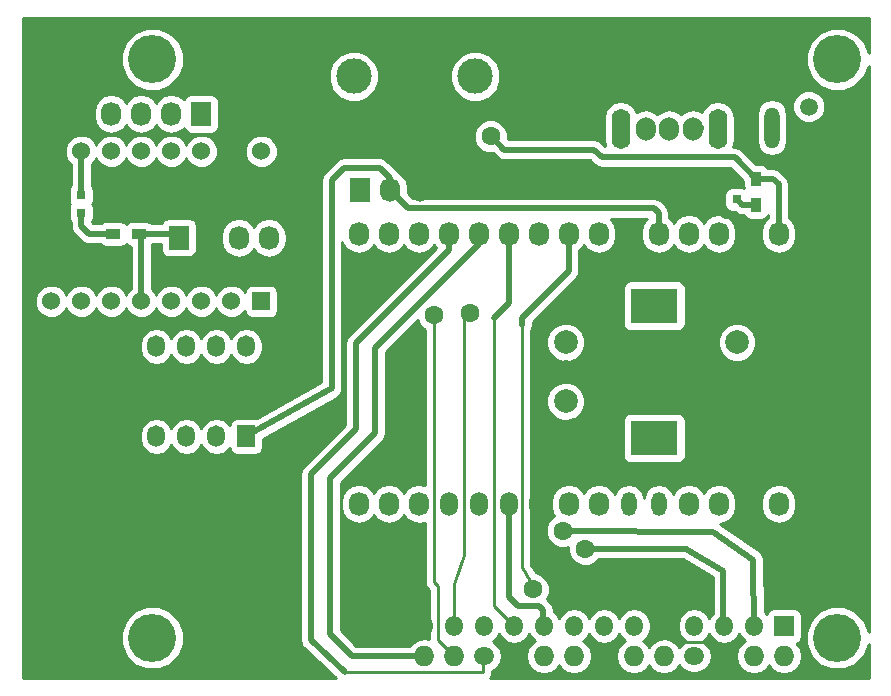
<source format=gtl>
G04 #@! TF.FileFunction,Copper,L1,Top,Signal*
%FSLAX46Y46*%
G04 Gerber Fmt 4.6, Leading zero omitted, Abs format (unit mm)*
G04 Created by KiCad (PCBNEW 4.0.2-stable) date 17/08/2016 11:41:13*
%MOMM*%
G01*
G04 APERTURE LIST*
%ADD10C,0.100000*%
%ADD11C,3.000000*%
%ADD12R,1.727200X2.032000*%
%ADD13O,1.727200X2.032000*%
%ADD14O,1.500000X2.032000*%
%ADD15O,1.300000X2.032000*%
%ADD16O,1.500000X2.000000*%
%ADD17R,1.524000X1.524000*%
%ADD18C,1.524000*%
%ADD19R,0.797560X0.797560*%
%ADD20R,0.900000X1.200000*%
%ADD21R,1.200000X0.900000*%
%ADD22R,4.000000X3.000000*%
%ADD23C,2.000000*%
%ADD24R,1.524000X1.824000*%
%ADD25O,1.524000X1.824000*%
%ADD26O,1.600000X3.400000*%
%ADD27O,1.700000X2.000000*%
%ADD28R,1.727200X1.727200*%
%ADD29O,1.727200X1.727200*%
%ADD30O,1.500000X1.727200*%
%ADD31O,1.727200X1.500000*%
%ADD32C,4.064000*%
%ADD33C,1.500000*%
%ADD34O,1.300000X3.500000*%
%ADD35O,3.500000X1.300000*%
%ADD36C,1.600000*%
%ADD37C,0.500000*%
%ADD38C,0.250000*%
%ADD39C,0.254000*%
G04 APERTURE END LIST*
D10*
D11*
X-43728000Y-5080000D03*
X-48728000Y-5080000D03*
D12*
X-58537000Y-18745000D03*
D13*
X-55997000Y-18745000D03*
X-53457000Y-18745000D03*
X-50917000Y-18745000D03*
X-43307000Y-18415000D03*
X-40767000Y-18415000D03*
X-38227000Y-18415000D03*
X-35687000Y-18415000D03*
X-33147000Y-18415000D03*
X-30607000Y-18415000D03*
X-28067000Y-18415000D03*
X-25527000Y-18415000D03*
X-22987000Y-18415000D03*
X-20447000Y-18415000D03*
X-17907000Y-18415000D03*
X-15367000Y-18415000D03*
X-12827000Y-18415000D03*
X-10287000Y-18415000D03*
X-7747000Y-18415000D03*
X-43307000Y-41275000D03*
X-12827000Y-41275000D03*
X-10287000Y-41275000D03*
X-15367000Y-41275000D03*
D14*
X-30607000Y-41275000D03*
X-33147000Y-41275000D03*
D13*
X-28067000Y-41275000D03*
X-7747000Y-41275000D03*
X-22987000Y-41275000D03*
X-25527000Y-41275000D03*
D15*
X-20447000Y-41275000D03*
X-17907000Y-41275000D03*
D13*
X-38227000Y-41275000D03*
D16*
X-35687000Y-41275000D03*
D13*
X-40767000Y-41275000D03*
D17*
X-51562000Y-24130000D03*
D18*
X-54102000Y-24130000D03*
X-56642000Y-24130000D03*
X-59182000Y-24130000D03*
X-61722000Y-24130000D03*
X-64262000Y-24130000D03*
X-66802000Y-24130000D03*
X-69342000Y-24130000D03*
X-69342000Y-11430000D03*
X-66802000Y-11430000D03*
X-64262000Y-11430000D03*
X-61722000Y-11430000D03*
X-59182000Y-11430000D03*
X-56642000Y-11430000D03*
X-54102000Y-11430000D03*
X-51562000Y-11430000D03*
D12*
X-56642000Y-8255000D03*
D13*
X-59182000Y-8255000D03*
X-61722000Y-8255000D03*
X-64262000Y-8255000D03*
D19*
X-11315700Y-15494000D03*
X-12814300Y-15494000D03*
X-66802000Y-16624300D03*
X-66802000Y-15125700D03*
D20*
X-9652000Y-15959000D03*
X-9652000Y-13759000D03*
D21*
X-61892000Y-18415000D03*
X-64092000Y-18415000D03*
D22*
X-18288000Y-35699000D03*
D23*
X-11288000Y-32599000D03*
X-11288000Y-27599000D03*
X-25788000Y-32599000D03*
X-25788000Y-30099000D03*
X-25788000Y-27599000D03*
D22*
X-18288000Y-24499000D03*
D24*
X-52832000Y-35560000D03*
D25*
X-52832000Y-27940000D03*
X-55372000Y-35560000D03*
X-55372000Y-27940000D03*
X-57912000Y-35560000D03*
X-57912000Y-27940000D03*
X-60452000Y-35560000D03*
X-60452000Y-27940000D03*
D26*
X-21118000Y-9525000D03*
D27*
X-17018000Y-9525000D03*
X-15018000Y-9525000D03*
X-19018000Y-9525000D03*
D26*
X-12918000Y-9525000D03*
D28*
X-7287000Y-51625000D03*
D29*
X-7287000Y-54165000D03*
D30*
X-9827000Y-51625000D03*
D29*
X-9827000Y-54165000D03*
D30*
X-12367000Y-51625000D03*
D31*
X-12367000Y-54165000D03*
D30*
X-14907000Y-51625000D03*
D31*
X-14907000Y-54165000D03*
D30*
X-17447000Y-51625000D03*
D29*
X-17447000Y-54165000D03*
D30*
X-19987000Y-51625000D03*
D29*
X-19987000Y-54165000D03*
D30*
X-22527000Y-51625000D03*
D29*
X-22527000Y-54165000D03*
D30*
X-25067000Y-51625000D03*
D29*
X-25067000Y-54165000D03*
D30*
X-27607000Y-51625000D03*
D29*
X-27607000Y-54165000D03*
D30*
X-30147000Y-51625000D03*
D31*
X-30147000Y-54165000D03*
D30*
X-32687000Y-51625000D03*
D31*
X-32687000Y-54165000D03*
D30*
X-35227000Y-51625000D03*
D29*
X-35227000Y-54165000D03*
D30*
X-37767000Y-51625000D03*
D29*
X-37767000Y-54165000D03*
D12*
X-43180000Y-14732000D03*
D13*
X-40640000Y-14732000D03*
X-38100000Y-14732000D03*
D32*
X-2787000Y-3625000D03*
X-2787000Y-52625000D03*
X-60787000Y-52625000D03*
X-60787000Y-3625000D03*
D33*
X-5207000Y-7627000D03*
D34*
X-2107000Y-9427000D03*
X-8307000Y-9427000D03*
D35*
X-5207000Y-14627000D03*
D33*
X-5207000Y-12827000D03*
D11*
X-33441000Y-5080000D03*
X-38441000Y-5080000D03*
D36*
X-32131000Y-10160000D03*
X-26032586Y-43555922D03*
X-24130000Y-45085000D03*
X-28575000Y-48514000D03*
X-33909000Y-25146000D03*
X-36957000Y-25273000D03*
D37*
X-12814300Y-15494000D02*
X-12814300Y-16395700D01*
X-11176000Y-16891000D02*
X-10287000Y-17780000D01*
X-12319000Y-16891000D02*
X-11176000Y-16891000D01*
X-12814300Y-16395700D02*
X-12319000Y-16891000D01*
X-10287000Y-17780000D02*
X-10287000Y-18415000D01*
D38*
X-17447000Y-51625000D02*
X-17447000Y-51768000D01*
X-17447000Y-51768000D02*
X-16256000Y-52959000D01*
X-16256000Y-52959000D02*
X-13573000Y-52959000D01*
X-13573000Y-52959000D02*
X-12367000Y-54165000D01*
D37*
X-9652000Y-15959000D02*
X-10850700Y-15959000D01*
X-10850700Y-15959000D02*
X-11315700Y-15494000D01*
X-66802000Y-15125700D02*
X-66802000Y-11430000D01*
X-64092000Y-18415000D02*
X-66167000Y-18415000D01*
X-66802000Y-17780000D02*
X-66802000Y-16624300D01*
X-66167000Y-18415000D02*
X-66802000Y-17780000D01*
X-9652000Y-13759000D02*
X-8212000Y-13759000D01*
X-7747000Y-14224000D02*
X-7747000Y-18415000D01*
X-8212000Y-13759000D02*
X-7747000Y-14224000D01*
X-11473000Y-11938000D02*
X-9652000Y-13759000D01*
X-22733000Y-11938000D02*
X-11473000Y-11938000D01*
X-23368000Y-11303000D02*
X-22733000Y-11938000D01*
X-30988000Y-11303000D02*
X-23368000Y-11303000D01*
X-32131000Y-10160000D02*
X-30988000Y-11303000D01*
X-30607000Y-41275000D02*
X-30607000Y-49149000D01*
X-27686000Y-50292000D02*
X-27686000Y-51546000D01*
X-28067000Y-49911000D02*
X-27686000Y-50292000D01*
X-29845000Y-49911000D02*
X-28067000Y-49911000D01*
X-30607000Y-49149000D02*
X-29845000Y-49911000D01*
D38*
X-27686000Y-51546000D02*
X-27607000Y-51625000D01*
D37*
X-61892000Y-18415000D02*
X-58867000Y-18415000D01*
X-58867000Y-18415000D02*
X-58537000Y-18745000D01*
X-61722000Y-24130000D02*
X-61722000Y-18585000D01*
X-61722000Y-18585000D02*
X-61892000Y-18415000D01*
X-45593000Y-13843000D02*
X-45593000Y-31496000D01*
X-44577000Y-12827000D02*
X-45593000Y-13843000D01*
X-58867000Y-18415000D02*
X-58537000Y-18745000D01*
X-40640000Y-14732000D02*
X-40640000Y-13716000D01*
X-40640000Y-13716000D02*
X-41529000Y-12827000D01*
X-45593000Y-31496000D02*
X-52832000Y-35560000D01*
X-41529000Y-12827000D02*
X-44577000Y-12827000D01*
X-17907000Y-18415000D02*
X-17907000Y-16637000D01*
X-39116000Y-16256000D02*
X-40640000Y-14732000D01*
X-18288000Y-16256000D02*
X-39116000Y-16256000D01*
X-17907000Y-16637000D02*
X-18288000Y-16256000D01*
D38*
X-53002000Y-35730000D02*
X-52832000Y-35560000D01*
D37*
X-9803000Y-52133000D02*
X-9884512Y-46012350D01*
X-13287098Y-43618272D02*
X-26032586Y-43555922D01*
X-9884512Y-46012350D02*
X-13287098Y-43618272D01*
X-24130000Y-45085000D02*
X-15621000Y-45085000D01*
X-15621000Y-45085000D02*
X-12446000Y-46990000D01*
X-12446000Y-51776000D02*
X-12446000Y-46990000D01*
X-12446000Y-51776000D02*
X-12343000Y-51879000D01*
D38*
X-31877000Y-25527000D02*
X-31877000Y-49895000D01*
D37*
X-30607000Y-24257000D02*
X-31877000Y-25527000D01*
X-30607000Y-18415000D02*
X-30607000Y-24257000D01*
D38*
X-31877000Y-49895000D02*
X-30147000Y-51625000D01*
D37*
X-29464000Y-25527000D02*
X-25527000Y-21590000D01*
X-25527000Y-21590000D02*
X-25527000Y-18415000D01*
D38*
X-28448000Y-48387000D02*
X-28575000Y-48514000D01*
X-28448000Y-48387000D02*
X-29464000Y-46609000D01*
X-29464000Y-46609000D02*
X-29464000Y-26162000D01*
D37*
X-29464000Y-26162000D02*
X-29464000Y-25527000D01*
X-37767000Y-54165000D02*
X-39267000Y-54165000D01*
X-43879000Y-54165000D02*
X-39267000Y-54165000D01*
X-45720000Y-52324000D02*
X-43879000Y-54165000D01*
X-45720000Y-39116000D02*
X-45720000Y-52324000D01*
X-41910000Y-35306000D02*
X-45720000Y-39116000D01*
X-41910000Y-28067000D02*
X-41910000Y-35306000D01*
X-41910000Y-28067000D02*
X-33147000Y-19304000D01*
X-33147000Y-18415000D02*
X-33147000Y-19304000D01*
D38*
X-35227000Y-48093000D02*
X-35227000Y-51815000D01*
X-34417000Y-45593000D02*
X-35227000Y-48093000D01*
X-34417000Y-25654000D02*
X-34417000Y-45593000D01*
X-33909000Y-25146000D02*
X-34417000Y-25654000D01*
X-36957000Y-46101000D02*
X-36957000Y-47879000D01*
X-36576000Y-52816000D02*
X-35227000Y-54165000D01*
X-36576000Y-48260000D02*
X-36576000Y-52816000D01*
X-36957000Y-47879000D02*
X-36576000Y-48260000D01*
X-36957000Y-25273000D02*
X-36957000Y-46101000D01*
D37*
X-35687000Y-18415000D02*
X-35687000Y-19812000D01*
D38*
X-32766000Y-55523000D02*
X-32766000Y-54546000D01*
X-34798000Y-55499000D02*
X-32766000Y-55523000D01*
X-44450000Y-55499000D02*
X-34798000Y-55499000D01*
D37*
X-47371000Y-52832000D02*
X-44450000Y-55499000D01*
X-47371000Y-38735000D02*
X-47371000Y-52832000D01*
X-43561000Y-34925000D02*
X-47371000Y-38735000D01*
X-43561000Y-27686000D02*
X-43561000Y-34925000D01*
X-35687000Y-19812000D02*
X-43561000Y-27686000D01*
D38*
X-14257020Y-9525000D02*
X-14257020Y-9304020D01*
X-18508980Y-9525000D02*
X-18508980Y-9110980D01*
X-18508980Y-9525000D02*
X-18729960Y-9745980D01*
D39*
G36*
X-127000Y-3078769D02*
X-524709Y-2116239D01*
X-1274293Y-1365345D01*
X-2254173Y-958464D01*
X-3315172Y-957538D01*
X-4295761Y-1362709D01*
X-5046655Y-2112293D01*
X-5453536Y-3092173D01*
X-5454462Y-4153172D01*
X-5049291Y-5133761D01*
X-4299707Y-5884655D01*
X-3319827Y-6291536D01*
X-2258828Y-6292462D01*
X-1278239Y-5887291D01*
X-527345Y-5137707D01*
X-127000Y-4173567D01*
X-127000Y-52078769D01*
X-524709Y-51116239D01*
X-1274293Y-50365345D01*
X-2254173Y-49958464D01*
X-3315172Y-49957538D01*
X-4295761Y-50362709D01*
X-5046655Y-51112293D01*
X-5453536Y-52092173D01*
X-5454462Y-53153172D01*
X-5049291Y-54133761D01*
X-4299707Y-54884655D01*
X-3319827Y-55291536D01*
X-2258828Y-55292462D01*
X-1278239Y-54887291D01*
X-527345Y-54137707D01*
X-127000Y-53173567D01*
X-127000Y-56007000D01*
X-32192917Y-56007000D01*
X-32148665Y-55940772D01*
X-32067336Y-55822111D01*
X-32066392Y-55817640D01*
X-32063852Y-55813839D01*
X-32035784Y-55672732D01*
X-32006053Y-55531976D01*
X-32006892Y-55527483D01*
X-32006000Y-55523000D01*
X-32006000Y-55439212D01*
X-31564698Y-55144343D01*
X-31264468Y-54695017D01*
X-31159041Y-54165000D01*
X-31264468Y-53634983D01*
X-31564698Y-53185657D01*
X-31964200Y-52918718D01*
X-31707657Y-52747302D01*
X-31417000Y-52312303D01*
X-31126343Y-52747302D01*
X-30677017Y-53047532D01*
X-30147000Y-53152959D01*
X-29616983Y-53047532D01*
X-29167657Y-52747302D01*
X-28877000Y-52312303D01*
X-28586343Y-52747302D01*
X-28373273Y-52889671D01*
X-28696029Y-53105330D01*
X-29020885Y-53591511D01*
X-29134959Y-54165000D01*
X-29020885Y-54738489D01*
X-28696029Y-55224670D01*
X-28209848Y-55549526D01*
X-27636359Y-55663600D01*
X-27577641Y-55663600D01*
X-27004152Y-55549526D01*
X-26517971Y-55224670D01*
X-26337000Y-54953828D01*
X-26156029Y-55224670D01*
X-25669848Y-55549526D01*
X-25096359Y-55663600D01*
X-25037641Y-55663600D01*
X-24464152Y-55549526D01*
X-23977971Y-55224670D01*
X-23653115Y-54738489D01*
X-23539041Y-54165000D01*
X-23653115Y-53591511D01*
X-23977971Y-53105330D01*
X-24300727Y-52889671D01*
X-24087657Y-52747302D01*
X-23797000Y-52312303D01*
X-23506343Y-52747302D01*
X-23057017Y-53047532D01*
X-22527000Y-53152959D01*
X-21996983Y-53047532D01*
X-21547657Y-52747302D01*
X-21257000Y-52312303D01*
X-20966343Y-52747302D01*
X-20753273Y-52889671D01*
X-21076029Y-53105330D01*
X-21400885Y-53591511D01*
X-21514959Y-54165000D01*
X-21400885Y-54738489D01*
X-21076029Y-55224670D01*
X-20589848Y-55549526D01*
X-20016359Y-55663600D01*
X-19957641Y-55663600D01*
X-19384152Y-55549526D01*
X-18897971Y-55224670D01*
X-18717000Y-54953828D01*
X-18536029Y-55224670D01*
X-18049848Y-55549526D01*
X-17476359Y-55663600D01*
X-17417641Y-55663600D01*
X-16844152Y-55549526D01*
X-16357971Y-55224670D01*
X-16166800Y-54938563D01*
X-16029302Y-55144343D01*
X-15579976Y-55444573D01*
X-15049959Y-55550000D01*
X-14764041Y-55550000D01*
X-14234024Y-55444573D01*
X-13784698Y-55144343D01*
X-13484468Y-54695017D01*
X-13379041Y-54165000D01*
X-13484468Y-53634983D01*
X-13784698Y-53185657D01*
X-14184200Y-52918718D01*
X-13927657Y-52747302D01*
X-13637000Y-52312303D01*
X-13346343Y-52747302D01*
X-12897017Y-53047532D01*
X-12367000Y-53152959D01*
X-11836983Y-53047532D01*
X-11387657Y-52747302D01*
X-11097000Y-52312303D01*
X-10806343Y-52747302D01*
X-10593273Y-52889671D01*
X-10916029Y-53105330D01*
X-11240885Y-53591511D01*
X-11354959Y-54165000D01*
X-11240885Y-54738489D01*
X-10916029Y-55224670D01*
X-10429848Y-55549526D01*
X-9856359Y-55663600D01*
X-9797641Y-55663600D01*
X-9224152Y-55549526D01*
X-8737971Y-55224670D01*
X-8557000Y-54953828D01*
X-8376029Y-55224670D01*
X-7889848Y-55549526D01*
X-7316359Y-55663600D01*
X-7257641Y-55663600D01*
X-6684152Y-55549526D01*
X-6197971Y-55224670D01*
X-5873115Y-54738489D01*
X-5759041Y-54165000D01*
X-5873115Y-53591511D01*
X-6197971Y-53105330D01*
X-6211642Y-53096195D01*
X-6188083Y-53091762D01*
X-5971959Y-52952690D01*
X-5826969Y-52740490D01*
X-5775960Y-52488600D01*
X-5775960Y-50761400D01*
X-5820238Y-50526083D01*
X-5959310Y-50309959D01*
X-6171510Y-50164969D01*
X-6423400Y-50113960D01*
X-8150600Y-50113960D01*
X-8385917Y-50158238D01*
X-8602041Y-50297310D01*
X-8747031Y-50509510D01*
X-8769376Y-50619854D01*
X-8847657Y-50502698D01*
X-8940458Y-50440690D01*
X-8999590Y-46000565D01*
X-9014313Y-45931375D01*
X-9012609Y-45860656D01*
X-9049913Y-45764080D01*
X-9071461Y-45662817D01*
X-9111542Y-45604527D01*
X-9137030Y-45538541D01*
X-9208448Y-45463596D01*
X-9267111Y-45378282D01*
X-9326449Y-45339767D01*
X-9375248Y-45288558D01*
X-12717907Y-42936645D01*
X-12253511Y-42844271D01*
X-11767330Y-42519415D01*
X-11442474Y-42033234D01*
X-11328400Y-41459745D01*
X-11328400Y-41090255D01*
X-9245600Y-41090255D01*
X-9245600Y-41459745D01*
X-9131526Y-42033234D01*
X-8806670Y-42519415D01*
X-8320489Y-42844271D01*
X-7747000Y-42958345D01*
X-7173511Y-42844271D01*
X-6687330Y-42519415D01*
X-6362474Y-42033234D01*
X-6248400Y-41459745D01*
X-6248400Y-41090255D01*
X-6362474Y-40516766D01*
X-6687330Y-40030585D01*
X-7173511Y-39705729D01*
X-7747000Y-39591655D01*
X-8320489Y-39705729D01*
X-8806670Y-40030585D01*
X-9131526Y-40516766D01*
X-9245600Y-41090255D01*
X-11328400Y-41090255D01*
X-11442474Y-40516766D01*
X-11767330Y-40030585D01*
X-12253511Y-39705729D01*
X-12827000Y-39591655D01*
X-13400489Y-39705729D01*
X-13886670Y-40030585D01*
X-14097000Y-40345366D01*
X-14307330Y-40030585D01*
X-14793511Y-39705729D01*
X-15367000Y-39591655D01*
X-15940489Y-39705729D01*
X-16426670Y-40030585D01*
X-16706878Y-40449946D01*
X-16719815Y-40384907D01*
X-16998368Y-39968023D01*
X-17415252Y-39689470D01*
X-17907000Y-39591655D01*
X-18398748Y-39689470D01*
X-18815632Y-39968023D01*
X-19094185Y-40384907D01*
X-19177000Y-40801245D01*
X-19259815Y-40384907D01*
X-19538368Y-39968023D01*
X-19955252Y-39689470D01*
X-20447000Y-39591655D01*
X-20938748Y-39689470D01*
X-21355632Y-39968023D01*
X-21634185Y-40384907D01*
X-21647122Y-40449946D01*
X-21927330Y-40030585D01*
X-22413511Y-39705729D01*
X-22987000Y-39591655D01*
X-23560489Y-39705729D01*
X-24046670Y-40030585D01*
X-24257000Y-40345366D01*
X-24467330Y-40030585D01*
X-24953511Y-39705729D01*
X-25527000Y-39591655D01*
X-26100489Y-39705729D01*
X-26586670Y-40030585D01*
X-26911526Y-40516766D01*
X-27025600Y-41090255D01*
X-27025600Y-41459745D01*
X-26911526Y-42033234D01*
X-26737064Y-42294335D01*
X-26844386Y-42338679D01*
X-27248410Y-42741999D01*
X-27467336Y-43269231D01*
X-27467834Y-43840109D01*
X-27249829Y-44367722D01*
X-26846509Y-44771746D01*
X-26319277Y-44990672D01*
X-25748399Y-44991170D01*
X-25564852Y-44915330D01*
X-25565248Y-45369187D01*
X-25347243Y-45896800D01*
X-24943923Y-46300824D01*
X-24416691Y-46519750D01*
X-23845813Y-46520248D01*
X-23318200Y-46302243D01*
X-22985377Y-45970000D01*
X-15866131Y-45970000D01*
X-13331000Y-47491078D01*
X-13331000Y-50492446D01*
X-13346343Y-50502698D01*
X-13637000Y-50937697D01*
X-13927657Y-50502698D01*
X-14376983Y-50202468D01*
X-14907000Y-50097041D01*
X-15437017Y-50202468D01*
X-15886343Y-50502698D01*
X-16186573Y-50952024D01*
X-16292000Y-51482041D01*
X-16292000Y-51767959D01*
X-16186573Y-52297976D01*
X-15886343Y-52747302D01*
X-15629800Y-52918718D01*
X-16029302Y-53185657D01*
X-16166800Y-53391437D01*
X-16357971Y-53105330D01*
X-16844152Y-52780474D01*
X-17417641Y-52666400D01*
X-17476359Y-52666400D01*
X-18049848Y-52780474D01*
X-18536029Y-53105330D01*
X-18717000Y-53376172D01*
X-18897971Y-53105330D01*
X-19220727Y-52889671D01*
X-19007657Y-52747302D01*
X-18707427Y-52297976D01*
X-18602000Y-51767959D01*
X-18602000Y-51482041D01*
X-18707427Y-50952024D01*
X-19007657Y-50502698D01*
X-19456983Y-50202468D01*
X-19987000Y-50097041D01*
X-20517017Y-50202468D01*
X-20966343Y-50502698D01*
X-21257000Y-50937697D01*
X-21547657Y-50502698D01*
X-21996983Y-50202468D01*
X-22527000Y-50097041D01*
X-23057017Y-50202468D01*
X-23506343Y-50502698D01*
X-23797000Y-50937697D01*
X-24087657Y-50502698D01*
X-24536983Y-50202468D01*
X-25067000Y-50097041D01*
X-25597017Y-50202468D01*
X-26046343Y-50502698D01*
X-26337000Y-50937697D01*
X-26627657Y-50502698D01*
X-26801000Y-50386874D01*
X-26801000Y-50292000D01*
X-26868367Y-49953325D01*
X-27060210Y-49666210D01*
X-27060213Y-49666208D01*
X-27378854Y-49347566D01*
X-27359176Y-49327923D01*
X-27140250Y-48800691D01*
X-27139752Y-48229813D01*
X-27357757Y-47702200D01*
X-27761077Y-47298176D01*
X-28288309Y-47079250D01*
X-28319970Y-47079222D01*
X-28704000Y-46407170D01*
X-28704000Y-32922795D01*
X-27423284Y-32922795D01*
X-27174894Y-33523943D01*
X-26715363Y-33984278D01*
X-26114648Y-34233716D01*
X-25464205Y-34234284D01*
X-25378812Y-34199000D01*
X-20935440Y-34199000D01*
X-20935440Y-37199000D01*
X-20891162Y-37434317D01*
X-20752090Y-37650441D01*
X-20539890Y-37795431D01*
X-20288000Y-37846440D01*
X-16288000Y-37846440D01*
X-16052683Y-37802162D01*
X-15836559Y-37663090D01*
X-15691569Y-37450890D01*
X-15640560Y-37199000D01*
X-15640560Y-34199000D01*
X-15684838Y-33963683D01*
X-15823910Y-33747559D01*
X-16036110Y-33602569D01*
X-16288000Y-33551560D01*
X-20288000Y-33551560D01*
X-20523317Y-33595838D01*
X-20739441Y-33734910D01*
X-20884431Y-33947110D01*
X-20935440Y-34199000D01*
X-25378812Y-34199000D01*
X-24863057Y-33985894D01*
X-24402722Y-33526363D01*
X-24153284Y-32925648D01*
X-24152716Y-32275205D01*
X-24401106Y-31674057D01*
X-24860637Y-31213722D01*
X-25461352Y-30964284D01*
X-26111795Y-30963716D01*
X-26712943Y-31212106D01*
X-27173278Y-31671637D01*
X-27422716Y-32272352D01*
X-27423284Y-32922795D01*
X-28704000Y-32922795D01*
X-28704000Y-27922795D01*
X-27423284Y-27922795D01*
X-27174894Y-28523943D01*
X-26715363Y-28984278D01*
X-26114648Y-29233716D01*
X-25464205Y-29234284D01*
X-24863057Y-28985894D01*
X-24402722Y-28526363D01*
X-24153284Y-27925648D01*
X-24153282Y-27922795D01*
X-12923284Y-27922795D01*
X-12674894Y-28523943D01*
X-12215363Y-28984278D01*
X-11614648Y-29233716D01*
X-10964205Y-29234284D01*
X-10363057Y-28985894D01*
X-9902722Y-28526363D01*
X-9653284Y-27925648D01*
X-9652716Y-27275205D01*
X-9901106Y-26674057D01*
X-10360637Y-26213722D01*
X-10961352Y-25964284D01*
X-11611795Y-25963716D01*
X-12212943Y-26212106D01*
X-12673278Y-26671637D01*
X-12922716Y-27272352D01*
X-12923284Y-27922795D01*
X-24153282Y-27922795D01*
X-24152716Y-27275205D01*
X-24401106Y-26674057D01*
X-24860637Y-26213722D01*
X-25461352Y-25964284D01*
X-26111795Y-25963716D01*
X-26712943Y-26212106D01*
X-27173278Y-26671637D01*
X-27422716Y-27272352D01*
X-27423284Y-27922795D01*
X-28704000Y-27922795D01*
X-28704000Y-26586929D01*
X-28646367Y-26500675D01*
X-28579000Y-26162000D01*
X-28579000Y-25893580D01*
X-25684421Y-22999000D01*
X-20935440Y-22999000D01*
X-20935440Y-25999000D01*
X-20891162Y-26234317D01*
X-20752090Y-26450441D01*
X-20539890Y-26595431D01*
X-20288000Y-26646440D01*
X-16288000Y-26646440D01*
X-16052683Y-26602162D01*
X-15836559Y-26463090D01*
X-15691569Y-26250890D01*
X-15640560Y-25999000D01*
X-15640560Y-22999000D01*
X-15684838Y-22763683D01*
X-15823910Y-22547559D01*
X-16036110Y-22402569D01*
X-16288000Y-22351560D01*
X-20288000Y-22351560D01*
X-20523317Y-22395838D01*
X-20739441Y-22534910D01*
X-20884431Y-22747110D01*
X-20935440Y-22999000D01*
X-25684421Y-22999000D01*
X-24901213Y-22215792D01*
X-24901210Y-22215790D01*
X-24709367Y-21928675D01*
X-24698190Y-21872484D01*
X-24641999Y-21590000D01*
X-24642000Y-21589995D01*
X-24642000Y-19776126D01*
X-24467330Y-19659415D01*
X-24257000Y-19344634D01*
X-24046670Y-19659415D01*
X-23560489Y-19984271D01*
X-22987000Y-20098345D01*
X-22413511Y-19984271D01*
X-21927330Y-19659415D01*
X-21602474Y-19173234D01*
X-21488400Y-18599745D01*
X-21488400Y-18230255D01*
X-21602474Y-17656766D01*
X-21927330Y-17170585D01*
X-21971607Y-17141000D01*
X-18922393Y-17141000D01*
X-18966670Y-17170585D01*
X-19291526Y-17656766D01*
X-19405600Y-18230255D01*
X-19405600Y-18599745D01*
X-19291526Y-19173234D01*
X-18966670Y-19659415D01*
X-18480489Y-19984271D01*
X-17907000Y-20098345D01*
X-17333511Y-19984271D01*
X-16847330Y-19659415D01*
X-16637000Y-19344634D01*
X-16426670Y-19659415D01*
X-15940489Y-19984271D01*
X-15367000Y-20098345D01*
X-14793511Y-19984271D01*
X-14307330Y-19659415D01*
X-14097000Y-19344634D01*
X-13886670Y-19659415D01*
X-13400489Y-19984271D01*
X-12827000Y-20098345D01*
X-12253511Y-19984271D01*
X-11767330Y-19659415D01*
X-11442474Y-19173234D01*
X-11328400Y-18599745D01*
X-11328400Y-18230255D01*
X-11442474Y-17656766D01*
X-11767330Y-17170585D01*
X-12253511Y-16845729D01*
X-12827000Y-16731655D01*
X-13400489Y-16845729D01*
X-13886670Y-17170585D01*
X-14097000Y-17485366D01*
X-14307330Y-17170585D01*
X-14793511Y-16845729D01*
X-15367000Y-16731655D01*
X-15940489Y-16845729D01*
X-16426670Y-17170585D01*
X-16637000Y-17485366D01*
X-16847330Y-17170585D01*
X-17022000Y-17053874D01*
X-17022000Y-16637000D01*
X-17089367Y-16298325D01*
X-17281210Y-16011210D01*
X-17281213Y-16011208D01*
X-17662210Y-15630210D01*
X-17782803Y-15549633D01*
X-17949325Y-15438367D01*
X-18005516Y-15427190D01*
X-18288000Y-15370999D01*
X-18288005Y-15371000D01*
X-38749421Y-15371000D01*
X-39151732Y-14968688D01*
X-39141400Y-14916745D01*
X-39141400Y-14547255D01*
X-39255474Y-13973766D01*
X-39580330Y-13487585D01*
X-39884489Y-13284352D01*
X-40014210Y-13090210D01*
X-40014213Y-13090208D01*
X-40903210Y-12201210D01*
X-41023803Y-12120633D01*
X-41190325Y-12009367D01*
X-41246516Y-11998190D01*
X-41529000Y-11941999D01*
X-41529005Y-11942000D01*
X-44576995Y-11942000D01*
X-44577000Y-11941999D01*
X-44859484Y-11998190D01*
X-44915675Y-12009367D01*
X-45202790Y-12201210D01*
X-45202792Y-12201213D01*
X-46218790Y-13217210D01*
X-46410633Y-13504325D01*
X-46410633Y-13504326D01*
X-46478001Y-13843000D01*
X-46478000Y-13843005D01*
X-46478000Y-30977915D01*
X-51917203Y-34031502D01*
X-52070000Y-34000560D01*
X-53594000Y-34000560D01*
X-53829317Y-34044838D01*
X-54045441Y-34183910D01*
X-54190431Y-34396110D01*
X-54234832Y-34615367D01*
X-54384172Y-34391864D01*
X-54837391Y-34089032D01*
X-55372000Y-33982692D01*
X-55906609Y-34089032D01*
X-56359828Y-34391864D01*
X-56642000Y-34814163D01*
X-56924172Y-34391864D01*
X-57377391Y-34089032D01*
X-57912000Y-33982692D01*
X-58446609Y-34089032D01*
X-58899828Y-34391864D01*
X-59182000Y-34814163D01*
X-59464172Y-34391864D01*
X-59917391Y-34089032D01*
X-60452000Y-33982692D01*
X-60986609Y-34089032D01*
X-61439828Y-34391864D01*
X-61742660Y-34845083D01*
X-61849000Y-35379692D01*
X-61849000Y-35740308D01*
X-61742660Y-36274917D01*
X-61439828Y-36728136D01*
X-60986609Y-37030968D01*
X-60452000Y-37137308D01*
X-59917391Y-37030968D01*
X-59464172Y-36728136D01*
X-59182000Y-36305837D01*
X-58899828Y-36728136D01*
X-58446609Y-37030968D01*
X-57912000Y-37137308D01*
X-57377391Y-37030968D01*
X-56924172Y-36728136D01*
X-56642000Y-36305837D01*
X-56359828Y-36728136D01*
X-55906609Y-37030968D01*
X-55372000Y-37137308D01*
X-54837391Y-37030968D01*
X-54384172Y-36728136D01*
X-54235197Y-36505179D01*
X-54197162Y-36707317D01*
X-54058090Y-36923441D01*
X-53845890Y-37068431D01*
X-53594000Y-37119440D01*
X-52070000Y-37119440D01*
X-51834683Y-37075162D01*
X-51618559Y-36936090D01*
X-51473569Y-36723890D01*
X-51422560Y-36472000D01*
X-51422560Y-35783663D01*
X-45159762Y-32267706D01*
X-45067831Y-32189022D01*
X-44967210Y-32121790D01*
X-44937729Y-32077669D01*
X-44897421Y-32043169D01*
X-44842596Y-31935291D01*
X-44775367Y-31834675D01*
X-44765016Y-31782639D01*
X-44740975Y-31735333D01*
X-44731607Y-31614679D01*
X-44708000Y-31496000D01*
X-44708000Y-19090414D01*
X-44691526Y-19173234D01*
X-44366670Y-19659415D01*
X-43880489Y-19984271D01*
X-43307000Y-20098345D01*
X-42733511Y-19984271D01*
X-42247330Y-19659415D01*
X-42037000Y-19344634D01*
X-41826670Y-19659415D01*
X-41340489Y-19984271D01*
X-40767000Y-20098345D01*
X-40193511Y-19984271D01*
X-39707330Y-19659415D01*
X-39497000Y-19344634D01*
X-39286670Y-19659415D01*
X-38800489Y-19984271D01*
X-38227000Y-20098345D01*
X-37653511Y-19984271D01*
X-37167330Y-19659415D01*
X-36957000Y-19344634D01*
X-36762421Y-19635842D01*
X-44186790Y-27060210D01*
X-44378633Y-27347325D01*
X-44378633Y-27347326D01*
X-44446001Y-27686000D01*
X-44446000Y-27686005D01*
X-44446000Y-34558421D01*
X-47996790Y-38109210D01*
X-48188633Y-38396325D01*
X-48188633Y-38396326D01*
X-48256001Y-38735000D01*
X-48256000Y-38735005D01*
X-48256000Y-52832000D01*
X-48252020Y-52852011D01*
X-48255088Y-52872186D01*
X-48218468Y-53020684D01*
X-48188633Y-53170675D01*
X-48177296Y-53187642D01*
X-48172411Y-53207452D01*
X-48081766Y-53330613D01*
X-47996790Y-53457790D01*
X-47979822Y-53469128D01*
X-47967728Y-53485560D01*
X-45206150Y-56007000D01*
X-71755000Y-56007000D01*
X-71755000Y-53153172D01*
X-63454462Y-53153172D01*
X-63049291Y-54133761D01*
X-62299707Y-54884655D01*
X-61319827Y-55291536D01*
X-60258828Y-55292462D01*
X-59278239Y-54887291D01*
X-58527345Y-54137707D01*
X-58120464Y-53157827D01*
X-58119538Y-52096828D01*
X-58524709Y-51116239D01*
X-59274293Y-50365345D01*
X-60254173Y-49958464D01*
X-61315172Y-49957538D01*
X-62295761Y-50362709D01*
X-63046655Y-51112293D01*
X-63453536Y-52092173D01*
X-63454462Y-53153172D01*
X-71755000Y-53153172D01*
X-71755000Y-27759692D01*
X-61849000Y-27759692D01*
X-61849000Y-28120308D01*
X-61742660Y-28654917D01*
X-61439828Y-29108136D01*
X-60986609Y-29410968D01*
X-60452000Y-29517308D01*
X-59917391Y-29410968D01*
X-59464172Y-29108136D01*
X-59182000Y-28685837D01*
X-58899828Y-29108136D01*
X-58446609Y-29410968D01*
X-57912000Y-29517308D01*
X-57377391Y-29410968D01*
X-56924172Y-29108136D01*
X-56642000Y-28685837D01*
X-56359828Y-29108136D01*
X-55906609Y-29410968D01*
X-55372000Y-29517308D01*
X-54837391Y-29410968D01*
X-54384172Y-29108136D01*
X-54102000Y-28685837D01*
X-53819828Y-29108136D01*
X-53366609Y-29410968D01*
X-52832000Y-29517308D01*
X-52297391Y-29410968D01*
X-51844172Y-29108136D01*
X-51541340Y-28654917D01*
X-51435000Y-28120308D01*
X-51435000Y-27759692D01*
X-51541340Y-27225083D01*
X-51844172Y-26771864D01*
X-52297391Y-26469032D01*
X-52832000Y-26362692D01*
X-53366609Y-26469032D01*
X-53819828Y-26771864D01*
X-54102000Y-27194163D01*
X-54384172Y-26771864D01*
X-54837391Y-26469032D01*
X-55372000Y-26362692D01*
X-55906609Y-26469032D01*
X-56359828Y-26771864D01*
X-56642000Y-27194163D01*
X-56924172Y-26771864D01*
X-57377391Y-26469032D01*
X-57912000Y-26362692D01*
X-58446609Y-26469032D01*
X-58899828Y-26771864D01*
X-59182000Y-27194163D01*
X-59464172Y-26771864D01*
X-59917391Y-26469032D01*
X-60452000Y-26362692D01*
X-60986609Y-26469032D01*
X-61439828Y-26771864D01*
X-61742660Y-27225083D01*
X-61849000Y-27759692D01*
X-71755000Y-27759692D01*
X-71755000Y-24406661D01*
X-70739242Y-24406661D01*
X-70527010Y-24920303D01*
X-70134370Y-25313629D01*
X-69621100Y-25526757D01*
X-69065339Y-25527242D01*
X-68551697Y-25315010D01*
X-68158371Y-24922370D01*
X-68072051Y-24714488D01*
X-67987010Y-24920303D01*
X-67594370Y-25313629D01*
X-67081100Y-25526757D01*
X-66525339Y-25527242D01*
X-66011697Y-25315010D01*
X-65618371Y-24922370D01*
X-65532051Y-24714488D01*
X-65447010Y-24920303D01*
X-65054370Y-25313629D01*
X-64541100Y-25526757D01*
X-63985339Y-25527242D01*
X-63471697Y-25315010D01*
X-63078371Y-24922370D01*
X-62992051Y-24714488D01*
X-62907010Y-24920303D01*
X-62514370Y-25313629D01*
X-62001100Y-25526757D01*
X-61445339Y-25527242D01*
X-60931697Y-25315010D01*
X-60538371Y-24922370D01*
X-60452051Y-24714488D01*
X-60367010Y-24920303D01*
X-59974370Y-25313629D01*
X-59461100Y-25526757D01*
X-58905339Y-25527242D01*
X-58391697Y-25315010D01*
X-57998371Y-24922370D01*
X-57912051Y-24714488D01*
X-57827010Y-24920303D01*
X-57434370Y-25313629D01*
X-56921100Y-25526757D01*
X-56365339Y-25527242D01*
X-55851697Y-25315010D01*
X-55458371Y-24922370D01*
X-55372051Y-24714488D01*
X-55287010Y-24920303D01*
X-54894370Y-25313629D01*
X-54381100Y-25526757D01*
X-53825339Y-25527242D01*
X-53311697Y-25315010D01*
X-52958237Y-24962167D01*
X-52927162Y-25127317D01*
X-52788090Y-25343441D01*
X-52575890Y-25488431D01*
X-52324000Y-25539440D01*
X-50800000Y-25539440D01*
X-50564683Y-25495162D01*
X-50348559Y-25356090D01*
X-50203569Y-25143890D01*
X-50152560Y-24892000D01*
X-50152560Y-23368000D01*
X-50196838Y-23132683D01*
X-50335910Y-22916559D01*
X-50548110Y-22771569D01*
X-50800000Y-22720560D01*
X-52324000Y-22720560D01*
X-52559317Y-22764838D01*
X-52775441Y-22903910D01*
X-52920431Y-23116110D01*
X-52957492Y-23299124D01*
X-53309630Y-22946371D01*
X-53822900Y-22733243D01*
X-54378661Y-22732758D01*
X-54892303Y-22944990D01*
X-55285629Y-23337630D01*
X-55371949Y-23545512D01*
X-55456990Y-23339697D01*
X-55849630Y-22946371D01*
X-56362900Y-22733243D01*
X-56918661Y-22732758D01*
X-57432303Y-22944990D01*
X-57825629Y-23337630D01*
X-57911949Y-23545512D01*
X-57996990Y-23339697D01*
X-58389630Y-22946371D01*
X-58902900Y-22733243D01*
X-59458661Y-22732758D01*
X-59972303Y-22944990D01*
X-60365629Y-23337630D01*
X-60451949Y-23545512D01*
X-60536990Y-23339697D01*
X-60837000Y-23039163D01*
X-60837000Y-19323881D01*
X-60820683Y-19300000D01*
X-60048040Y-19300000D01*
X-60048040Y-19761000D01*
X-60003762Y-19996317D01*
X-59864690Y-20212441D01*
X-59652490Y-20357431D01*
X-59400600Y-20408440D01*
X-57673400Y-20408440D01*
X-57438083Y-20364162D01*
X-57221959Y-20225090D01*
X-57076969Y-20012890D01*
X-57025960Y-19761000D01*
X-57025960Y-18560255D01*
X-54955600Y-18560255D01*
X-54955600Y-18929745D01*
X-54841526Y-19503234D01*
X-54516670Y-19989415D01*
X-54030489Y-20314271D01*
X-53457000Y-20428345D01*
X-52883511Y-20314271D01*
X-52397330Y-19989415D01*
X-52187000Y-19674634D01*
X-51976670Y-19989415D01*
X-51490489Y-20314271D01*
X-50917000Y-20428345D01*
X-50343511Y-20314271D01*
X-49857330Y-19989415D01*
X-49532474Y-19503234D01*
X-49418400Y-18929745D01*
X-49418400Y-18560255D01*
X-49532474Y-17986766D01*
X-49857330Y-17500585D01*
X-50343511Y-17175729D01*
X-50917000Y-17061655D01*
X-51490489Y-17175729D01*
X-51976670Y-17500585D01*
X-52187000Y-17815366D01*
X-52397330Y-17500585D01*
X-52883511Y-17175729D01*
X-53457000Y-17061655D01*
X-54030489Y-17175729D01*
X-54516670Y-17500585D01*
X-54841526Y-17986766D01*
X-54955600Y-18560255D01*
X-57025960Y-18560255D01*
X-57025960Y-17729000D01*
X-57070238Y-17493683D01*
X-57209310Y-17277559D01*
X-57421510Y-17132569D01*
X-57673400Y-17081560D01*
X-59400600Y-17081560D01*
X-59635917Y-17125838D01*
X-59852041Y-17264910D01*
X-59997031Y-17477110D01*
X-60007741Y-17530000D01*
X-60817331Y-17530000D01*
X-60827910Y-17513559D01*
X-61040110Y-17368569D01*
X-61292000Y-17317560D01*
X-62492000Y-17317560D01*
X-62727317Y-17361838D01*
X-62943441Y-17500910D01*
X-62991134Y-17570711D01*
X-63027910Y-17513559D01*
X-63240110Y-17368569D01*
X-63492000Y-17317560D01*
X-64692000Y-17317560D01*
X-64927317Y-17361838D01*
X-65143441Y-17500910D01*
X-65163317Y-17530000D01*
X-65800421Y-17530000D01*
X-65907725Y-17422695D01*
X-65806789Y-17274970D01*
X-65755780Y-17023080D01*
X-65755780Y-16225520D01*
X-65800058Y-15990203D01*
X-65874185Y-15875007D01*
X-65806789Y-15776370D01*
X-65755780Y-15524480D01*
X-65755780Y-14726920D01*
X-65800058Y-14491603D01*
X-65917000Y-14309870D01*
X-65917000Y-12520478D01*
X-65618371Y-12222370D01*
X-65532051Y-12014488D01*
X-65447010Y-12220303D01*
X-65054370Y-12613629D01*
X-64541100Y-12826757D01*
X-63985339Y-12827242D01*
X-63471697Y-12615010D01*
X-63078371Y-12222370D01*
X-62992051Y-12014488D01*
X-62907010Y-12220303D01*
X-62514370Y-12613629D01*
X-62001100Y-12826757D01*
X-61445339Y-12827242D01*
X-60931697Y-12615010D01*
X-60538371Y-12222370D01*
X-60452051Y-12014488D01*
X-60367010Y-12220303D01*
X-59974370Y-12613629D01*
X-59461100Y-12826757D01*
X-58905339Y-12827242D01*
X-58391697Y-12615010D01*
X-57998371Y-12222370D01*
X-57912051Y-12014488D01*
X-57827010Y-12220303D01*
X-57434370Y-12613629D01*
X-56921100Y-12826757D01*
X-56365339Y-12827242D01*
X-55851697Y-12615010D01*
X-55458371Y-12222370D01*
X-55245243Y-11709100D01*
X-55245241Y-11706661D01*
X-52959242Y-11706661D01*
X-52747010Y-12220303D01*
X-52354370Y-12613629D01*
X-51841100Y-12826757D01*
X-51285339Y-12827242D01*
X-50771697Y-12615010D01*
X-50378371Y-12222370D01*
X-50165243Y-11709100D01*
X-50164758Y-11153339D01*
X-50376990Y-10639697D01*
X-50572159Y-10444187D01*
X-33566248Y-10444187D01*
X-33348243Y-10971800D01*
X-32944923Y-11375824D01*
X-32417691Y-11594750D01*
X-31947419Y-11595160D01*
X-31613792Y-11928787D01*
X-31613790Y-11928790D01*
X-31326675Y-12120633D01*
X-30988000Y-12188001D01*
X-30987995Y-12188000D01*
X-23734580Y-12188000D01*
X-23358792Y-12563787D01*
X-23358790Y-12563790D01*
X-23284200Y-12613629D01*
X-23071674Y-12755634D01*
X-22733000Y-12823001D01*
X-22732995Y-12823000D01*
X-11839580Y-12823000D01*
X-10749440Y-13913139D01*
X-10749440Y-14359000D01*
X-10725439Y-14486556D01*
X-10916920Y-14447780D01*
X-11714480Y-14447780D01*
X-11949797Y-14492058D01*
X-12165921Y-14631130D01*
X-12310911Y-14843330D01*
X-12361920Y-15095220D01*
X-12361920Y-15892780D01*
X-12317642Y-16128097D01*
X-12178570Y-16344221D01*
X-11966370Y-16489211D01*
X-11714480Y-16540220D01*
X-11521059Y-16540220D01*
X-11476492Y-16584787D01*
X-11476490Y-16584790D01*
X-11189375Y-16776633D01*
X-10850700Y-16844000D01*
X-10673192Y-16844000D01*
X-10566090Y-17010441D01*
X-10353890Y-17155431D01*
X-10102000Y-17206440D01*
X-9202000Y-17206440D01*
X-8966683Y-17162162D01*
X-8750559Y-17023090D01*
X-8632000Y-16849573D01*
X-8632000Y-17053874D01*
X-8806670Y-17170585D01*
X-9131526Y-17656766D01*
X-9245600Y-18230255D01*
X-9245600Y-18599745D01*
X-9131526Y-19173234D01*
X-8806670Y-19659415D01*
X-8320489Y-19984271D01*
X-7747000Y-20098345D01*
X-7173511Y-19984271D01*
X-6687330Y-19659415D01*
X-6362474Y-19173234D01*
X-6248400Y-18599745D01*
X-6248400Y-18230255D01*
X-6362474Y-17656766D01*
X-6687330Y-17170585D01*
X-6862000Y-17053874D01*
X-6862000Y-14224000D01*
X-6929367Y-13885325D01*
X-7121210Y-13598210D01*
X-7121213Y-13598208D01*
X-7586210Y-13133210D01*
X-7650563Y-13090211D01*
X-7873325Y-12941367D01*
X-7929516Y-12930190D01*
X-8212000Y-12873999D01*
X-8212005Y-12874000D01*
X-8630808Y-12874000D01*
X-8737910Y-12707559D01*
X-8950110Y-12562569D01*
X-9202000Y-12511560D01*
X-9647861Y-12511560D01*
X-10847210Y-11312210D01*
X-10860994Y-11303000D01*
X-11134325Y-11120367D01*
X-11190516Y-11109190D01*
X-11473000Y-11052999D01*
X-11473005Y-11053000D01*
X-11614352Y-11053000D01*
X-11592233Y-11019896D01*
X-11483000Y-10470745D01*
X-11483000Y-8579255D01*
X-11542470Y-8280275D01*
X-9592000Y-8280275D01*
X-9592000Y-10573725D01*
X-9494185Y-11065473D01*
X-9215632Y-11482357D01*
X-8798748Y-11760910D01*
X-8307000Y-11858725D01*
X-7815252Y-11760910D01*
X-7398368Y-11482357D01*
X-7119815Y-11065473D01*
X-7022000Y-10573725D01*
X-7022000Y-8280275D01*
X-7097385Y-7901285D01*
X-6592240Y-7901285D01*
X-6381831Y-8410515D01*
X-5992564Y-8800461D01*
X-5483702Y-9011759D01*
X-4932715Y-9012240D01*
X-4423485Y-8801831D01*
X-4033539Y-8412564D01*
X-3822241Y-7903702D01*
X-3821760Y-7352715D01*
X-4032169Y-6843485D01*
X-4421436Y-6453539D01*
X-4930298Y-6242241D01*
X-5481285Y-6241760D01*
X-5990515Y-6452169D01*
X-6380461Y-6841436D01*
X-6591759Y-7350298D01*
X-6592240Y-7901285D01*
X-7097385Y-7901285D01*
X-7119815Y-7788527D01*
X-7398368Y-7371643D01*
X-7815252Y-7093090D01*
X-8307000Y-6995275D01*
X-8798748Y-7093090D01*
X-9215632Y-7371643D01*
X-9494185Y-7788527D01*
X-9592000Y-8280275D01*
X-11542470Y-8280275D01*
X-11592233Y-8030104D01*
X-11903302Y-7564557D01*
X-12368849Y-7253488D01*
X-12918000Y-7144255D01*
X-13467151Y-7253488D01*
X-13932698Y-7564557D01*
X-14243767Y-8030104D01*
X-14257552Y-8099406D01*
X-14449715Y-7971007D01*
X-15018000Y-7857968D01*
X-15586285Y-7971007D01*
X-16018000Y-8259469D01*
X-16449715Y-7971007D01*
X-17018000Y-7857968D01*
X-17586285Y-7971007D01*
X-18018000Y-8259469D01*
X-18449715Y-7971007D01*
X-19018000Y-7857968D01*
X-19586285Y-7971007D01*
X-19778448Y-8099406D01*
X-19792233Y-8030104D01*
X-20103302Y-7564557D01*
X-20568849Y-7253488D01*
X-21118000Y-7144255D01*
X-21667151Y-7253488D01*
X-22132698Y-7564557D01*
X-22443767Y-8030104D01*
X-22553000Y-8579255D01*
X-22553000Y-10470745D01*
X-22454753Y-10964668D01*
X-22742210Y-10677210D01*
X-23029325Y-10485367D01*
X-23102834Y-10470745D01*
X-23368000Y-10417999D01*
X-23368005Y-10418000D01*
X-30621421Y-10418000D01*
X-30696160Y-10343261D01*
X-30695752Y-9875813D01*
X-30913757Y-9348200D01*
X-31317077Y-8944176D01*
X-31844309Y-8725250D01*
X-32415187Y-8724752D01*
X-32942800Y-8942757D01*
X-33346824Y-9346077D01*
X-33565750Y-9873309D01*
X-33566248Y-10444187D01*
X-50572159Y-10444187D01*
X-50769630Y-10246371D01*
X-51282900Y-10033243D01*
X-51838661Y-10032758D01*
X-52352303Y-10244990D01*
X-52745629Y-10637630D01*
X-52958757Y-11150900D01*
X-52959242Y-11706661D01*
X-55245241Y-11706661D01*
X-55244758Y-11153339D01*
X-55456990Y-10639697D01*
X-55849630Y-10246371D01*
X-56362900Y-10033243D01*
X-56918661Y-10032758D01*
X-57432303Y-10244990D01*
X-57825629Y-10637630D01*
X-57911949Y-10845512D01*
X-57996990Y-10639697D01*
X-58389630Y-10246371D01*
X-58902900Y-10033243D01*
X-59458661Y-10032758D01*
X-59972303Y-10244990D01*
X-60365629Y-10637630D01*
X-60451949Y-10845512D01*
X-60536990Y-10639697D01*
X-60929630Y-10246371D01*
X-61442900Y-10033243D01*
X-61998661Y-10032758D01*
X-62512303Y-10244990D01*
X-62905629Y-10637630D01*
X-62991949Y-10845512D01*
X-63076990Y-10639697D01*
X-63469630Y-10246371D01*
X-63982900Y-10033243D01*
X-64538661Y-10032758D01*
X-65052303Y-10244990D01*
X-65445629Y-10637630D01*
X-65531949Y-10845512D01*
X-65616990Y-10639697D01*
X-66009630Y-10246371D01*
X-66522900Y-10033243D01*
X-67078661Y-10032758D01*
X-67592303Y-10244990D01*
X-67985629Y-10637630D01*
X-68198757Y-11150900D01*
X-68199242Y-11706661D01*
X-67987010Y-12220303D01*
X-67687000Y-12520837D01*
X-67687000Y-14313731D01*
X-67797211Y-14475030D01*
X-67848220Y-14726920D01*
X-67848220Y-15524480D01*
X-67803942Y-15759797D01*
X-67729815Y-15874993D01*
X-67797211Y-15973630D01*
X-67848220Y-16225520D01*
X-67848220Y-17023080D01*
X-67803942Y-17258397D01*
X-67687000Y-17440130D01*
X-67687000Y-17779995D01*
X-67687001Y-17780000D01*
X-67630810Y-18062484D01*
X-67619633Y-18118675D01*
X-67545078Y-18230255D01*
X-67427790Y-18405790D01*
X-66792792Y-19040787D01*
X-66792790Y-19040790D01*
X-66600946Y-19168975D01*
X-66505674Y-19232634D01*
X-66167000Y-19300001D01*
X-66166995Y-19300000D01*
X-65166669Y-19300000D01*
X-65156090Y-19316441D01*
X-64943890Y-19461431D01*
X-64692000Y-19512440D01*
X-63492000Y-19512440D01*
X-63256683Y-19468162D01*
X-63040559Y-19329090D01*
X-62992866Y-19259289D01*
X-62956090Y-19316441D01*
X-62743890Y-19461431D01*
X-62607000Y-19489152D01*
X-62607000Y-23039522D01*
X-62905629Y-23337630D01*
X-62991949Y-23545512D01*
X-63076990Y-23339697D01*
X-63469630Y-22946371D01*
X-63982900Y-22733243D01*
X-64538661Y-22732758D01*
X-65052303Y-22944990D01*
X-65445629Y-23337630D01*
X-65531949Y-23545512D01*
X-65616990Y-23339697D01*
X-66009630Y-22946371D01*
X-66522900Y-22733243D01*
X-67078661Y-22732758D01*
X-67592303Y-22944990D01*
X-67985629Y-23337630D01*
X-68071949Y-23545512D01*
X-68156990Y-23339697D01*
X-68549630Y-22946371D01*
X-69062900Y-22733243D01*
X-69618661Y-22732758D01*
X-70132303Y-22944990D01*
X-70525629Y-23337630D01*
X-70738757Y-23850900D01*
X-70739242Y-24406661D01*
X-71755000Y-24406661D01*
X-71755000Y-8070255D01*
X-65760600Y-8070255D01*
X-65760600Y-8439745D01*
X-65646526Y-9013234D01*
X-65321670Y-9499415D01*
X-64835489Y-9824271D01*
X-64262000Y-9938345D01*
X-63688511Y-9824271D01*
X-63202330Y-9499415D01*
X-62992000Y-9184634D01*
X-62781670Y-9499415D01*
X-62295489Y-9824271D01*
X-61722000Y-9938345D01*
X-61148511Y-9824271D01*
X-60662330Y-9499415D01*
X-60452000Y-9184634D01*
X-60241670Y-9499415D01*
X-59755489Y-9824271D01*
X-59182000Y-9938345D01*
X-58608511Y-9824271D01*
X-58122330Y-9499415D01*
X-58112757Y-9485087D01*
X-58108762Y-9506317D01*
X-57969690Y-9722441D01*
X-57757490Y-9867431D01*
X-57505600Y-9918440D01*
X-55778400Y-9918440D01*
X-55543083Y-9874162D01*
X-55326959Y-9735090D01*
X-55181969Y-9522890D01*
X-55130960Y-9271000D01*
X-55130960Y-7239000D01*
X-55175238Y-7003683D01*
X-55314310Y-6787559D01*
X-55526510Y-6642569D01*
X-55778400Y-6591560D01*
X-57505600Y-6591560D01*
X-57740917Y-6635838D01*
X-57957041Y-6774910D01*
X-58102031Y-6987110D01*
X-58110400Y-7028439D01*
X-58122330Y-7010585D01*
X-58608511Y-6685729D01*
X-59182000Y-6571655D01*
X-59755489Y-6685729D01*
X-60241670Y-7010585D01*
X-60452000Y-7325366D01*
X-60662330Y-7010585D01*
X-61148511Y-6685729D01*
X-61722000Y-6571655D01*
X-62295489Y-6685729D01*
X-62781670Y-7010585D01*
X-62992000Y-7325366D01*
X-63202330Y-7010585D01*
X-63688511Y-6685729D01*
X-64262000Y-6571655D01*
X-64835489Y-6685729D01*
X-65321670Y-7010585D01*
X-65646526Y-7496766D01*
X-65760600Y-8070255D01*
X-71755000Y-8070255D01*
X-71755000Y-4153172D01*
X-63454462Y-4153172D01*
X-63049291Y-5133761D01*
X-62299707Y-5884655D01*
X-61319827Y-6291536D01*
X-60258828Y-6292462D01*
X-59278239Y-5887291D01*
X-58893092Y-5502815D01*
X-45863370Y-5502815D01*
X-45539020Y-6287800D01*
X-44938959Y-6888909D01*
X-44154541Y-7214628D01*
X-43305185Y-7215370D01*
X-42520200Y-6891020D01*
X-41919091Y-6290959D01*
X-41593372Y-5506541D01*
X-41593369Y-5502815D01*
X-35576370Y-5502815D01*
X-35252020Y-6287800D01*
X-34651959Y-6888909D01*
X-33867541Y-7214628D01*
X-33018185Y-7215370D01*
X-32233200Y-6891020D01*
X-31632091Y-6290959D01*
X-31306372Y-5506541D01*
X-31305630Y-4657185D01*
X-31629980Y-3872200D01*
X-32230041Y-3271091D01*
X-33014459Y-2945372D01*
X-33863815Y-2944630D01*
X-34648800Y-3268980D01*
X-35249909Y-3869041D01*
X-35575628Y-4653459D01*
X-35576370Y-5502815D01*
X-41593369Y-5502815D01*
X-41592630Y-4657185D01*
X-41916980Y-3872200D01*
X-42517041Y-3271091D01*
X-43301459Y-2945372D01*
X-44150815Y-2944630D01*
X-44935800Y-3268980D01*
X-45536909Y-3869041D01*
X-45862628Y-4653459D01*
X-45863370Y-5502815D01*
X-58893092Y-5502815D01*
X-58527345Y-5137707D01*
X-58120464Y-4157827D01*
X-58119538Y-3096828D01*
X-58524709Y-2116239D01*
X-59274293Y-1365345D01*
X-60254173Y-958464D01*
X-61315172Y-957538D01*
X-62295761Y-1362709D01*
X-63046655Y-2112293D01*
X-63453536Y-3092173D01*
X-63454462Y-4153172D01*
X-71755000Y-4153172D01*
X-71755000Y-127000D01*
X-127000Y-127000D01*
X-127000Y-3078769D01*
X-127000Y-3078769D01*
G37*
X-127000Y-3078769D02*
X-524709Y-2116239D01*
X-1274293Y-1365345D01*
X-2254173Y-958464D01*
X-3315172Y-957538D01*
X-4295761Y-1362709D01*
X-5046655Y-2112293D01*
X-5453536Y-3092173D01*
X-5454462Y-4153172D01*
X-5049291Y-5133761D01*
X-4299707Y-5884655D01*
X-3319827Y-6291536D01*
X-2258828Y-6292462D01*
X-1278239Y-5887291D01*
X-527345Y-5137707D01*
X-127000Y-4173567D01*
X-127000Y-52078769D01*
X-524709Y-51116239D01*
X-1274293Y-50365345D01*
X-2254173Y-49958464D01*
X-3315172Y-49957538D01*
X-4295761Y-50362709D01*
X-5046655Y-51112293D01*
X-5453536Y-52092173D01*
X-5454462Y-53153172D01*
X-5049291Y-54133761D01*
X-4299707Y-54884655D01*
X-3319827Y-55291536D01*
X-2258828Y-55292462D01*
X-1278239Y-54887291D01*
X-527345Y-54137707D01*
X-127000Y-53173567D01*
X-127000Y-56007000D01*
X-32192917Y-56007000D01*
X-32148665Y-55940772D01*
X-32067336Y-55822111D01*
X-32066392Y-55817640D01*
X-32063852Y-55813839D01*
X-32035784Y-55672732D01*
X-32006053Y-55531976D01*
X-32006892Y-55527483D01*
X-32006000Y-55523000D01*
X-32006000Y-55439212D01*
X-31564698Y-55144343D01*
X-31264468Y-54695017D01*
X-31159041Y-54165000D01*
X-31264468Y-53634983D01*
X-31564698Y-53185657D01*
X-31964200Y-52918718D01*
X-31707657Y-52747302D01*
X-31417000Y-52312303D01*
X-31126343Y-52747302D01*
X-30677017Y-53047532D01*
X-30147000Y-53152959D01*
X-29616983Y-53047532D01*
X-29167657Y-52747302D01*
X-28877000Y-52312303D01*
X-28586343Y-52747302D01*
X-28373273Y-52889671D01*
X-28696029Y-53105330D01*
X-29020885Y-53591511D01*
X-29134959Y-54165000D01*
X-29020885Y-54738489D01*
X-28696029Y-55224670D01*
X-28209848Y-55549526D01*
X-27636359Y-55663600D01*
X-27577641Y-55663600D01*
X-27004152Y-55549526D01*
X-26517971Y-55224670D01*
X-26337000Y-54953828D01*
X-26156029Y-55224670D01*
X-25669848Y-55549526D01*
X-25096359Y-55663600D01*
X-25037641Y-55663600D01*
X-24464152Y-55549526D01*
X-23977971Y-55224670D01*
X-23653115Y-54738489D01*
X-23539041Y-54165000D01*
X-23653115Y-53591511D01*
X-23977971Y-53105330D01*
X-24300727Y-52889671D01*
X-24087657Y-52747302D01*
X-23797000Y-52312303D01*
X-23506343Y-52747302D01*
X-23057017Y-53047532D01*
X-22527000Y-53152959D01*
X-21996983Y-53047532D01*
X-21547657Y-52747302D01*
X-21257000Y-52312303D01*
X-20966343Y-52747302D01*
X-20753273Y-52889671D01*
X-21076029Y-53105330D01*
X-21400885Y-53591511D01*
X-21514959Y-54165000D01*
X-21400885Y-54738489D01*
X-21076029Y-55224670D01*
X-20589848Y-55549526D01*
X-20016359Y-55663600D01*
X-19957641Y-55663600D01*
X-19384152Y-55549526D01*
X-18897971Y-55224670D01*
X-18717000Y-54953828D01*
X-18536029Y-55224670D01*
X-18049848Y-55549526D01*
X-17476359Y-55663600D01*
X-17417641Y-55663600D01*
X-16844152Y-55549526D01*
X-16357971Y-55224670D01*
X-16166800Y-54938563D01*
X-16029302Y-55144343D01*
X-15579976Y-55444573D01*
X-15049959Y-55550000D01*
X-14764041Y-55550000D01*
X-14234024Y-55444573D01*
X-13784698Y-55144343D01*
X-13484468Y-54695017D01*
X-13379041Y-54165000D01*
X-13484468Y-53634983D01*
X-13784698Y-53185657D01*
X-14184200Y-52918718D01*
X-13927657Y-52747302D01*
X-13637000Y-52312303D01*
X-13346343Y-52747302D01*
X-12897017Y-53047532D01*
X-12367000Y-53152959D01*
X-11836983Y-53047532D01*
X-11387657Y-52747302D01*
X-11097000Y-52312303D01*
X-10806343Y-52747302D01*
X-10593273Y-52889671D01*
X-10916029Y-53105330D01*
X-11240885Y-53591511D01*
X-11354959Y-54165000D01*
X-11240885Y-54738489D01*
X-10916029Y-55224670D01*
X-10429848Y-55549526D01*
X-9856359Y-55663600D01*
X-9797641Y-55663600D01*
X-9224152Y-55549526D01*
X-8737971Y-55224670D01*
X-8557000Y-54953828D01*
X-8376029Y-55224670D01*
X-7889848Y-55549526D01*
X-7316359Y-55663600D01*
X-7257641Y-55663600D01*
X-6684152Y-55549526D01*
X-6197971Y-55224670D01*
X-5873115Y-54738489D01*
X-5759041Y-54165000D01*
X-5873115Y-53591511D01*
X-6197971Y-53105330D01*
X-6211642Y-53096195D01*
X-6188083Y-53091762D01*
X-5971959Y-52952690D01*
X-5826969Y-52740490D01*
X-5775960Y-52488600D01*
X-5775960Y-50761400D01*
X-5820238Y-50526083D01*
X-5959310Y-50309959D01*
X-6171510Y-50164969D01*
X-6423400Y-50113960D01*
X-8150600Y-50113960D01*
X-8385917Y-50158238D01*
X-8602041Y-50297310D01*
X-8747031Y-50509510D01*
X-8769376Y-50619854D01*
X-8847657Y-50502698D01*
X-8940458Y-50440690D01*
X-8999590Y-46000565D01*
X-9014313Y-45931375D01*
X-9012609Y-45860656D01*
X-9049913Y-45764080D01*
X-9071461Y-45662817D01*
X-9111542Y-45604527D01*
X-9137030Y-45538541D01*
X-9208448Y-45463596D01*
X-9267111Y-45378282D01*
X-9326449Y-45339767D01*
X-9375248Y-45288558D01*
X-12717907Y-42936645D01*
X-12253511Y-42844271D01*
X-11767330Y-42519415D01*
X-11442474Y-42033234D01*
X-11328400Y-41459745D01*
X-11328400Y-41090255D01*
X-9245600Y-41090255D01*
X-9245600Y-41459745D01*
X-9131526Y-42033234D01*
X-8806670Y-42519415D01*
X-8320489Y-42844271D01*
X-7747000Y-42958345D01*
X-7173511Y-42844271D01*
X-6687330Y-42519415D01*
X-6362474Y-42033234D01*
X-6248400Y-41459745D01*
X-6248400Y-41090255D01*
X-6362474Y-40516766D01*
X-6687330Y-40030585D01*
X-7173511Y-39705729D01*
X-7747000Y-39591655D01*
X-8320489Y-39705729D01*
X-8806670Y-40030585D01*
X-9131526Y-40516766D01*
X-9245600Y-41090255D01*
X-11328400Y-41090255D01*
X-11442474Y-40516766D01*
X-11767330Y-40030585D01*
X-12253511Y-39705729D01*
X-12827000Y-39591655D01*
X-13400489Y-39705729D01*
X-13886670Y-40030585D01*
X-14097000Y-40345366D01*
X-14307330Y-40030585D01*
X-14793511Y-39705729D01*
X-15367000Y-39591655D01*
X-15940489Y-39705729D01*
X-16426670Y-40030585D01*
X-16706878Y-40449946D01*
X-16719815Y-40384907D01*
X-16998368Y-39968023D01*
X-17415252Y-39689470D01*
X-17907000Y-39591655D01*
X-18398748Y-39689470D01*
X-18815632Y-39968023D01*
X-19094185Y-40384907D01*
X-19177000Y-40801245D01*
X-19259815Y-40384907D01*
X-19538368Y-39968023D01*
X-19955252Y-39689470D01*
X-20447000Y-39591655D01*
X-20938748Y-39689470D01*
X-21355632Y-39968023D01*
X-21634185Y-40384907D01*
X-21647122Y-40449946D01*
X-21927330Y-40030585D01*
X-22413511Y-39705729D01*
X-22987000Y-39591655D01*
X-23560489Y-39705729D01*
X-24046670Y-40030585D01*
X-24257000Y-40345366D01*
X-24467330Y-40030585D01*
X-24953511Y-39705729D01*
X-25527000Y-39591655D01*
X-26100489Y-39705729D01*
X-26586670Y-40030585D01*
X-26911526Y-40516766D01*
X-27025600Y-41090255D01*
X-27025600Y-41459745D01*
X-26911526Y-42033234D01*
X-26737064Y-42294335D01*
X-26844386Y-42338679D01*
X-27248410Y-42741999D01*
X-27467336Y-43269231D01*
X-27467834Y-43840109D01*
X-27249829Y-44367722D01*
X-26846509Y-44771746D01*
X-26319277Y-44990672D01*
X-25748399Y-44991170D01*
X-25564852Y-44915330D01*
X-25565248Y-45369187D01*
X-25347243Y-45896800D01*
X-24943923Y-46300824D01*
X-24416691Y-46519750D01*
X-23845813Y-46520248D01*
X-23318200Y-46302243D01*
X-22985377Y-45970000D01*
X-15866131Y-45970000D01*
X-13331000Y-47491078D01*
X-13331000Y-50492446D01*
X-13346343Y-50502698D01*
X-13637000Y-50937697D01*
X-13927657Y-50502698D01*
X-14376983Y-50202468D01*
X-14907000Y-50097041D01*
X-15437017Y-50202468D01*
X-15886343Y-50502698D01*
X-16186573Y-50952024D01*
X-16292000Y-51482041D01*
X-16292000Y-51767959D01*
X-16186573Y-52297976D01*
X-15886343Y-52747302D01*
X-15629800Y-52918718D01*
X-16029302Y-53185657D01*
X-16166800Y-53391437D01*
X-16357971Y-53105330D01*
X-16844152Y-52780474D01*
X-17417641Y-52666400D01*
X-17476359Y-52666400D01*
X-18049848Y-52780474D01*
X-18536029Y-53105330D01*
X-18717000Y-53376172D01*
X-18897971Y-53105330D01*
X-19220727Y-52889671D01*
X-19007657Y-52747302D01*
X-18707427Y-52297976D01*
X-18602000Y-51767959D01*
X-18602000Y-51482041D01*
X-18707427Y-50952024D01*
X-19007657Y-50502698D01*
X-19456983Y-50202468D01*
X-19987000Y-50097041D01*
X-20517017Y-50202468D01*
X-20966343Y-50502698D01*
X-21257000Y-50937697D01*
X-21547657Y-50502698D01*
X-21996983Y-50202468D01*
X-22527000Y-50097041D01*
X-23057017Y-50202468D01*
X-23506343Y-50502698D01*
X-23797000Y-50937697D01*
X-24087657Y-50502698D01*
X-24536983Y-50202468D01*
X-25067000Y-50097041D01*
X-25597017Y-50202468D01*
X-26046343Y-50502698D01*
X-26337000Y-50937697D01*
X-26627657Y-50502698D01*
X-26801000Y-50386874D01*
X-26801000Y-50292000D01*
X-26868367Y-49953325D01*
X-27060210Y-49666210D01*
X-27060213Y-49666208D01*
X-27378854Y-49347566D01*
X-27359176Y-49327923D01*
X-27140250Y-48800691D01*
X-27139752Y-48229813D01*
X-27357757Y-47702200D01*
X-27761077Y-47298176D01*
X-28288309Y-47079250D01*
X-28319970Y-47079222D01*
X-28704000Y-46407170D01*
X-28704000Y-32922795D01*
X-27423284Y-32922795D01*
X-27174894Y-33523943D01*
X-26715363Y-33984278D01*
X-26114648Y-34233716D01*
X-25464205Y-34234284D01*
X-25378812Y-34199000D01*
X-20935440Y-34199000D01*
X-20935440Y-37199000D01*
X-20891162Y-37434317D01*
X-20752090Y-37650441D01*
X-20539890Y-37795431D01*
X-20288000Y-37846440D01*
X-16288000Y-37846440D01*
X-16052683Y-37802162D01*
X-15836559Y-37663090D01*
X-15691569Y-37450890D01*
X-15640560Y-37199000D01*
X-15640560Y-34199000D01*
X-15684838Y-33963683D01*
X-15823910Y-33747559D01*
X-16036110Y-33602569D01*
X-16288000Y-33551560D01*
X-20288000Y-33551560D01*
X-20523317Y-33595838D01*
X-20739441Y-33734910D01*
X-20884431Y-33947110D01*
X-20935440Y-34199000D01*
X-25378812Y-34199000D01*
X-24863057Y-33985894D01*
X-24402722Y-33526363D01*
X-24153284Y-32925648D01*
X-24152716Y-32275205D01*
X-24401106Y-31674057D01*
X-24860637Y-31213722D01*
X-25461352Y-30964284D01*
X-26111795Y-30963716D01*
X-26712943Y-31212106D01*
X-27173278Y-31671637D01*
X-27422716Y-32272352D01*
X-27423284Y-32922795D01*
X-28704000Y-32922795D01*
X-28704000Y-27922795D01*
X-27423284Y-27922795D01*
X-27174894Y-28523943D01*
X-26715363Y-28984278D01*
X-26114648Y-29233716D01*
X-25464205Y-29234284D01*
X-24863057Y-28985894D01*
X-24402722Y-28526363D01*
X-24153284Y-27925648D01*
X-24153282Y-27922795D01*
X-12923284Y-27922795D01*
X-12674894Y-28523943D01*
X-12215363Y-28984278D01*
X-11614648Y-29233716D01*
X-10964205Y-29234284D01*
X-10363057Y-28985894D01*
X-9902722Y-28526363D01*
X-9653284Y-27925648D01*
X-9652716Y-27275205D01*
X-9901106Y-26674057D01*
X-10360637Y-26213722D01*
X-10961352Y-25964284D01*
X-11611795Y-25963716D01*
X-12212943Y-26212106D01*
X-12673278Y-26671637D01*
X-12922716Y-27272352D01*
X-12923284Y-27922795D01*
X-24153282Y-27922795D01*
X-24152716Y-27275205D01*
X-24401106Y-26674057D01*
X-24860637Y-26213722D01*
X-25461352Y-25964284D01*
X-26111795Y-25963716D01*
X-26712943Y-26212106D01*
X-27173278Y-26671637D01*
X-27422716Y-27272352D01*
X-27423284Y-27922795D01*
X-28704000Y-27922795D01*
X-28704000Y-26586929D01*
X-28646367Y-26500675D01*
X-28579000Y-26162000D01*
X-28579000Y-25893580D01*
X-25684421Y-22999000D01*
X-20935440Y-22999000D01*
X-20935440Y-25999000D01*
X-20891162Y-26234317D01*
X-20752090Y-26450441D01*
X-20539890Y-26595431D01*
X-20288000Y-26646440D01*
X-16288000Y-26646440D01*
X-16052683Y-26602162D01*
X-15836559Y-26463090D01*
X-15691569Y-26250890D01*
X-15640560Y-25999000D01*
X-15640560Y-22999000D01*
X-15684838Y-22763683D01*
X-15823910Y-22547559D01*
X-16036110Y-22402569D01*
X-16288000Y-22351560D01*
X-20288000Y-22351560D01*
X-20523317Y-22395838D01*
X-20739441Y-22534910D01*
X-20884431Y-22747110D01*
X-20935440Y-22999000D01*
X-25684421Y-22999000D01*
X-24901213Y-22215792D01*
X-24901210Y-22215790D01*
X-24709367Y-21928675D01*
X-24698190Y-21872484D01*
X-24641999Y-21590000D01*
X-24642000Y-21589995D01*
X-24642000Y-19776126D01*
X-24467330Y-19659415D01*
X-24257000Y-19344634D01*
X-24046670Y-19659415D01*
X-23560489Y-19984271D01*
X-22987000Y-20098345D01*
X-22413511Y-19984271D01*
X-21927330Y-19659415D01*
X-21602474Y-19173234D01*
X-21488400Y-18599745D01*
X-21488400Y-18230255D01*
X-21602474Y-17656766D01*
X-21927330Y-17170585D01*
X-21971607Y-17141000D01*
X-18922393Y-17141000D01*
X-18966670Y-17170585D01*
X-19291526Y-17656766D01*
X-19405600Y-18230255D01*
X-19405600Y-18599745D01*
X-19291526Y-19173234D01*
X-18966670Y-19659415D01*
X-18480489Y-19984271D01*
X-17907000Y-20098345D01*
X-17333511Y-19984271D01*
X-16847330Y-19659415D01*
X-16637000Y-19344634D01*
X-16426670Y-19659415D01*
X-15940489Y-19984271D01*
X-15367000Y-20098345D01*
X-14793511Y-19984271D01*
X-14307330Y-19659415D01*
X-14097000Y-19344634D01*
X-13886670Y-19659415D01*
X-13400489Y-19984271D01*
X-12827000Y-20098345D01*
X-12253511Y-19984271D01*
X-11767330Y-19659415D01*
X-11442474Y-19173234D01*
X-11328400Y-18599745D01*
X-11328400Y-18230255D01*
X-11442474Y-17656766D01*
X-11767330Y-17170585D01*
X-12253511Y-16845729D01*
X-12827000Y-16731655D01*
X-13400489Y-16845729D01*
X-13886670Y-17170585D01*
X-14097000Y-17485366D01*
X-14307330Y-17170585D01*
X-14793511Y-16845729D01*
X-15367000Y-16731655D01*
X-15940489Y-16845729D01*
X-16426670Y-17170585D01*
X-16637000Y-17485366D01*
X-16847330Y-17170585D01*
X-17022000Y-17053874D01*
X-17022000Y-16637000D01*
X-17089367Y-16298325D01*
X-17281210Y-16011210D01*
X-17281213Y-16011208D01*
X-17662210Y-15630210D01*
X-17782803Y-15549633D01*
X-17949325Y-15438367D01*
X-18005516Y-15427190D01*
X-18288000Y-15370999D01*
X-18288005Y-15371000D01*
X-38749421Y-15371000D01*
X-39151732Y-14968688D01*
X-39141400Y-14916745D01*
X-39141400Y-14547255D01*
X-39255474Y-13973766D01*
X-39580330Y-13487585D01*
X-39884489Y-13284352D01*
X-40014210Y-13090210D01*
X-40014213Y-13090208D01*
X-40903210Y-12201210D01*
X-41023803Y-12120633D01*
X-41190325Y-12009367D01*
X-41246516Y-11998190D01*
X-41529000Y-11941999D01*
X-41529005Y-11942000D01*
X-44576995Y-11942000D01*
X-44577000Y-11941999D01*
X-44859484Y-11998190D01*
X-44915675Y-12009367D01*
X-45202790Y-12201210D01*
X-45202792Y-12201213D01*
X-46218790Y-13217210D01*
X-46410633Y-13504325D01*
X-46410633Y-13504326D01*
X-46478001Y-13843000D01*
X-46478000Y-13843005D01*
X-46478000Y-30977915D01*
X-51917203Y-34031502D01*
X-52070000Y-34000560D01*
X-53594000Y-34000560D01*
X-53829317Y-34044838D01*
X-54045441Y-34183910D01*
X-54190431Y-34396110D01*
X-54234832Y-34615367D01*
X-54384172Y-34391864D01*
X-54837391Y-34089032D01*
X-55372000Y-33982692D01*
X-55906609Y-34089032D01*
X-56359828Y-34391864D01*
X-56642000Y-34814163D01*
X-56924172Y-34391864D01*
X-57377391Y-34089032D01*
X-57912000Y-33982692D01*
X-58446609Y-34089032D01*
X-58899828Y-34391864D01*
X-59182000Y-34814163D01*
X-59464172Y-34391864D01*
X-59917391Y-34089032D01*
X-60452000Y-33982692D01*
X-60986609Y-34089032D01*
X-61439828Y-34391864D01*
X-61742660Y-34845083D01*
X-61849000Y-35379692D01*
X-61849000Y-35740308D01*
X-61742660Y-36274917D01*
X-61439828Y-36728136D01*
X-60986609Y-37030968D01*
X-60452000Y-37137308D01*
X-59917391Y-37030968D01*
X-59464172Y-36728136D01*
X-59182000Y-36305837D01*
X-58899828Y-36728136D01*
X-58446609Y-37030968D01*
X-57912000Y-37137308D01*
X-57377391Y-37030968D01*
X-56924172Y-36728136D01*
X-56642000Y-36305837D01*
X-56359828Y-36728136D01*
X-55906609Y-37030968D01*
X-55372000Y-37137308D01*
X-54837391Y-37030968D01*
X-54384172Y-36728136D01*
X-54235197Y-36505179D01*
X-54197162Y-36707317D01*
X-54058090Y-36923441D01*
X-53845890Y-37068431D01*
X-53594000Y-37119440D01*
X-52070000Y-37119440D01*
X-51834683Y-37075162D01*
X-51618559Y-36936090D01*
X-51473569Y-36723890D01*
X-51422560Y-36472000D01*
X-51422560Y-35783663D01*
X-45159762Y-32267706D01*
X-45067831Y-32189022D01*
X-44967210Y-32121790D01*
X-44937729Y-32077669D01*
X-44897421Y-32043169D01*
X-44842596Y-31935291D01*
X-44775367Y-31834675D01*
X-44765016Y-31782639D01*
X-44740975Y-31735333D01*
X-44731607Y-31614679D01*
X-44708000Y-31496000D01*
X-44708000Y-19090414D01*
X-44691526Y-19173234D01*
X-44366670Y-19659415D01*
X-43880489Y-19984271D01*
X-43307000Y-20098345D01*
X-42733511Y-19984271D01*
X-42247330Y-19659415D01*
X-42037000Y-19344634D01*
X-41826670Y-19659415D01*
X-41340489Y-19984271D01*
X-40767000Y-20098345D01*
X-40193511Y-19984271D01*
X-39707330Y-19659415D01*
X-39497000Y-19344634D01*
X-39286670Y-19659415D01*
X-38800489Y-19984271D01*
X-38227000Y-20098345D01*
X-37653511Y-19984271D01*
X-37167330Y-19659415D01*
X-36957000Y-19344634D01*
X-36762421Y-19635842D01*
X-44186790Y-27060210D01*
X-44378633Y-27347325D01*
X-44378633Y-27347326D01*
X-44446001Y-27686000D01*
X-44446000Y-27686005D01*
X-44446000Y-34558421D01*
X-47996790Y-38109210D01*
X-48188633Y-38396325D01*
X-48188633Y-38396326D01*
X-48256001Y-38735000D01*
X-48256000Y-38735005D01*
X-48256000Y-52832000D01*
X-48252020Y-52852011D01*
X-48255088Y-52872186D01*
X-48218468Y-53020684D01*
X-48188633Y-53170675D01*
X-48177296Y-53187642D01*
X-48172411Y-53207452D01*
X-48081766Y-53330613D01*
X-47996790Y-53457790D01*
X-47979822Y-53469128D01*
X-47967728Y-53485560D01*
X-45206150Y-56007000D01*
X-71755000Y-56007000D01*
X-71755000Y-53153172D01*
X-63454462Y-53153172D01*
X-63049291Y-54133761D01*
X-62299707Y-54884655D01*
X-61319827Y-55291536D01*
X-60258828Y-55292462D01*
X-59278239Y-54887291D01*
X-58527345Y-54137707D01*
X-58120464Y-53157827D01*
X-58119538Y-52096828D01*
X-58524709Y-51116239D01*
X-59274293Y-50365345D01*
X-60254173Y-49958464D01*
X-61315172Y-49957538D01*
X-62295761Y-50362709D01*
X-63046655Y-51112293D01*
X-63453536Y-52092173D01*
X-63454462Y-53153172D01*
X-71755000Y-53153172D01*
X-71755000Y-27759692D01*
X-61849000Y-27759692D01*
X-61849000Y-28120308D01*
X-61742660Y-28654917D01*
X-61439828Y-29108136D01*
X-60986609Y-29410968D01*
X-60452000Y-29517308D01*
X-59917391Y-29410968D01*
X-59464172Y-29108136D01*
X-59182000Y-28685837D01*
X-58899828Y-29108136D01*
X-58446609Y-29410968D01*
X-57912000Y-29517308D01*
X-57377391Y-29410968D01*
X-56924172Y-29108136D01*
X-56642000Y-28685837D01*
X-56359828Y-29108136D01*
X-55906609Y-29410968D01*
X-55372000Y-29517308D01*
X-54837391Y-29410968D01*
X-54384172Y-29108136D01*
X-54102000Y-28685837D01*
X-53819828Y-29108136D01*
X-53366609Y-29410968D01*
X-52832000Y-29517308D01*
X-52297391Y-29410968D01*
X-51844172Y-29108136D01*
X-51541340Y-28654917D01*
X-51435000Y-28120308D01*
X-51435000Y-27759692D01*
X-51541340Y-27225083D01*
X-51844172Y-26771864D01*
X-52297391Y-26469032D01*
X-52832000Y-26362692D01*
X-53366609Y-26469032D01*
X-53819828Y-26771864D01*
X-54102000Y-27194163D01*
X-54384172Y-26771864D01*
X-54837391Y-26469032D01*
X-55372000Y-26362692D01*
X-55906609Y-26469032D01*
X-56359828Y-26771864D01*
X-56642000Y-27194163D01*
X-56924172Y-26771864D01*
X-57377391Y-26469032D01*
X-57912000Y-26362692D01*
X-58446609Y-26469032D01*
X-58899828Y-26771864D01*
X-59182000Y-27194163D01*
X-59464172Y-26771864D01*
X-59917391Y-26469032D01*
X-60452000Y-26362692D01*
X-60986609Y-26469032D01*
X-61439828Y-26771864D01*
X-61742660Y-27225083D01*
X-61849000Y-27759692D01*
X-71755000Y-27759692D01*
X-71755000Y-24406661D01*
X-70739242Y-24406661D01*
X-70527010Y-24920303D01*
X-70134370Y-25313629D01*
X-69621100Y-25526757D01*
X-69065339Y-25527242D01*
X-68551697Y-25315010D01*
X-68158371Y-24922370D01*
X-68072051Y-24714488D01*
X-67987010Y-24920303D01*
X-67594370Y-25313629D01*
X-67081100Y-25526757D01*
X-66525339Y-25527242D01*
X-66011697Y-25315010D01*
X-65618371Y-24922370D01*
X-65532051Y-24714488D01*
X-65447010Y-24920303D01*
X-65054370Y-25313629D01*
X-64541100Y-25526757D01*
X-63985339Y-25527242D01*
X-63471697Y-25315010D01*
X-63078371Y-24922370D01*
X-62992051Y-24714488D01*
X-62907010Y-24920303D01*
X-62514370Y-25313629D01*
X-62001100Y-25526757D01*
X-61445339Y-25527242D01*
X-60931697Y-25315010D01*
X-60538371Y-24922370D01*
X-60452051Y-24714488D01*
X-60367010Y-24920303D01*
X-59974370Y-25313629D01*
X-59461100Y-25526757D01*
X-58905339Y-25527242D01*
X-58391697Y-25315010D01*
X-57998371Y-24922370D01*
X-57912051Y-24714488D01*
X-57827010Y-24920303D01*
X-57434370Y-25313629D01*
X-56921100Y-25526757D01*
X-56365339Y-25527242D01*
X-55851697Y-25315010D01*
X-55458371Y-24922370D01*
X-55372051Y-24714488D01*
X-55287010Y-24920303D01*
X-54894370Y-25313629D01*
X-54381100Y-25526757D01*
X-53825339Y-25527242D01*
X-53311697Y-25315010D01*
X-52958237Y-24962167D01*
X-52927162Y-25127317D01*
X-52788090Y-25343441D01*
X-52575890Y-25488431D01*
X-52324000Y-25539440D01*
X-50800000Y-25539440D01*
X-50564683Y-25495162D01*
X-50348559Y-25356090D01*
X-50203569Y-25143890D01*
X-50152560Y-24892000D01*
X-50152560Y-23368000D01*
X-50196838Y-23132683D01*
X-50335910Y-22916559D01*
X-50548110Y-22771569D01*
X-50800000Y-22720560D01*
X-52324000Y-22720560D01*
X-52559317Y-22764838D01*
X-52775441Y-22903910D01*
X-52920431Y-23116110D01*
X-52957492Y-23299124D01*
X-53309630Y-22946371D01*
X-53822900Y-22733243D01*
X-54378661Y-22732758D01*
X-54892303Y-22944990D01*
X-55285629Y-23337630D01*
X-55371949Y-23545512D01*
X-55456990Y-23339697D01*
X-55849630Y-22946371D01*
X-56362900Y-22733243D01*
X-56918661Y-22732758D01*
X-57432303Y-22944990D01*
X-57825629Y-23337630D01*
X-57911949Y-23545512D01*
X-57996990Y-23339697D01*
X-58389630Y-22946371D01*
X-58902900Y-22733243D01*
X-59458661Y-22732758D01*
X-59972303Y-22944990D01*
X-60365629Y-23337630D01*
X-60451949Y-23545512D01*
X-60536990Y-23339697D01*
X-60837000Y-23039163D01*
X-60837000Y-19323881D01*
X-60820683Y-19300000D01*
X-60048040Y-19300000D01*
X-60048040Y-19761000D01*
X-60003762Y-19996317D01*
X-59864690Y-20212441D01*
X-59652490Y-20357431D01*
X-59400600Y-20408440D01*
X-57673400Y-20408440D01*
X-57438083Y-20364162D01*
X-57221959Y-20225090D01*
X-57076969Y-20012890D01*
X-57025960Y-19761000D01*
X-57025960Y-18560255D01*
X-54955600Y-18560255D01*
X-54955600Y-18929745D01*
X-54841526Y-19503234D01*
X-54516670Y-19989415D01*
X-54030489Y-20314271D01*
X-53457000Y-20428345D01*
X-52883511Y-20314271D01*
X-52397330Y-19989415D01*
X-52187000Y-19674634D01*
X-51976670Y-19989415D01*
X-51490489Y-20314271D01*
X-50917000Y-20428345D01*
X-50343511Y-20314271D01*
X-49857330Y-19989415D01*
X-49532474Y-19503234D01*
X-49418400Y-18929745D01*
X-49418400Y-18560255D01*
X-49532474Y-17986766D01*
X-49857330Y-17500585D01*
X-50343511Y-17175729D01*
X-50917000Y-17061655D01*
X-51490489Y-17175729D01*
X-51976670Y-17500585D01*
X-52187000Y-17815366D01*
X-52397330Y-17500585D01*
X-52883511Y-17175729D01*
X-53457000Y-17061655D01*
X-54030489Y-17175729D01*
X-54516670Y-17500585D01*
X-54841526Y-17986766D01*
X-54955600Y-18560255D01*
X-57025960Y-18560255D01*
X-57025960Y-17729000D01*
X-57070238Y-17493683D01*
X-57209310Y-17277559D01*
X-57421510Y-17132569D01*
X-57673400Y-17081560D01*
X-59400600Y-17081560D01*
X-59635917Y-17125838D01*
X-59852041Y-17264910D01*
X-59997031Y-17477110D01*
X-60007741Y-17530000D01*
X-60817331Y-17530000D01*
X-60827910Y-17513559D01*
X-61040110Y-17368569D01*
X-61292000Y-17317560D01*
X-62492000Y-17317560D01*
X-62727317Y-17361838D01*
X-62943441Y-17500910D01*
X-62991134Y-17570711D01*
X-63027910Y-17513559D01*
X-63240110Y-17368569D01*
X-63492000Y-17317560D01*
X-64692000Y-17317560D01*
X-64927317Y-17361838D01*
X-65143441Y-17500910D01*
X-65163317Y-17530000D01*
X-65800421Y-17530000D01*
X-65907725Y-17422695D01*
X-65806789Y-17274970D01*
X-65755780Y-17023080D01*
X-65755780Y-16225520D01*
X-65800058Y-15990203D01*
X-65874185Y-15875007D01*
X-65806789Y-15776370D01*
X-65755780Y-15524480D01*
X-65755780Y-14726920D01*
X-65800058Y-14491603D01*
X-65917000Y-14309870D01*
X-65917000Y-12520478D01*
X-65618371Y-12222370D01*
X-65532051Y-12014488D01*
X-65447010Y-12220303D01*
X-65054370Y-12613629D01*
X-64541100Y-12826757D01*
X-63985339Y-12827242D01*
X-63471697Y-12615010D01*
X-63078371Y-12222370D01*
X-62992051Y-12014488D01*
X-62907010Y-12220303D01*
X-62514370Y-12613629D01*
X-62001100Y-12826757D01*
X-61445339Y-12827242D01*
X-60931697Y-12615010D01*
X-60538371Y-12222370D01*
X-60452051Y-12014488D01*
X-60367010Y-12220303D01*
X-59974370Y-12613629D01*
X-59461100Y-12826757D01*
X-58905339Y-12827242D01*
X-58391697Y-12615010D01*
X-57998371Y-12222370D01*
X-57912051Y-12014488D01*
X-57827010Y-12220303D01*
X-57434370Y-12613629D01*
X-56921100Y-12826757D01*
X-56365339Y-12827242D01*
X-55851697Y-12615010D01*
X-55458371Y-12222370D01*
X-55245243Y-11709100D01*
X-55245241Y-11706661D01*
X-52959242Y-11706661D01*
X-52747010Y-12220303D01*
X-52354370Y-12613629D01*
X-51841100Y-12826757D01*
X-51285339Y-12827242D01*
X-50771697Y-12615010D01*
X-50378371Y-12222370D01*
X-50165243Y-11709100D01*
X-50164758Y-11153339D01*
X-50376990Y-10639697D01*
X-50572159Y-10444187D01*
X-33566248Y-10444187D01*
X-33348243Y-10971800D01*
X-32944923Y-11375824D01*
X-32417691Y-11594750D01*
X-31947419Y-11595160D01*
X-31613792Y-11928787D01*
X-31613790Y-11928790D01*
X-31326675Y-12120633D01*
X-30988000Y-12188001D01*
X-30987995Y-12188000D01*
X-23734580Y-12188000D01*
X-23358792Y-12563787D01*
X-23358790Y-12563790D01*
X-23284200Y-12613629D01*
X-23071674Y-12755634D01*
X-22733000Y-12823001D01*
X-22732995Y-12823000D01*
X-11839580Y-12823000D01*
X-10749440Y-13913139D01*
X-10749440Y-14359000D01*
X-10725439Y-14486556D01*
X-10916920Y-14447780D01*
X-11714480Y-14447780D01*
X-11949797Y-14492058D01*
X-12165921Y-14631130D01*
X-12310911Y-14843330D01*
X-12361920Y-15095220D01*
X-12361920Y-15892780D01*
X-12317642Y-16128097D01*
X-12178570Y-16344221D01*
X-11966370Y-16489211D01*
X-11714480Y-16540220D01*
X-11521059Y-16540220D01*
X-11476492Y-16584787D01*
X-11476490Y-16584790D01*
X-11189375Y-16776633D01*
X-10850700Y-16844000D01*
X-10673192Y-16844000D01*
X-10566090Y-17010441D01*
X-10353890Y-17155431D01*
X-10102000Y-17206440D01*
X-9202000Y-17206440D01*
X-8966683Y-17162162D01*
X-8750559Y-17023090D01*
X-8632000Y-16849573D01*
X-8632000Y-17053874D01*
X-8806670Y-17170585D01*
X-9131526Y-17656766D01*
X-9245600Y-18230255D01*
X-9245600Y-18599745D01*
X-9131526Y-19173234D01*
X-8806670Y-19659415D01*
X-8320489Y-19984271D01*
X-7747000Y-20098345D01*
X-7173511Y-19984271D01*
X-6687330Y-19659415D01*
X-6362474Y-19173234D01*
X-6248400Y-18599745D01*
X-6248400Y-18230255D01*
X-6362474Y-17656766D01*
X-6687330Y-17170585D01*
X-6862000Y-17053874D01*
X-6862000Y-14224000D01*
X-6929367Y-13885325D01*
X-7121210Y-13598210D01*
X-7121213Y-13598208D01*
X-7586210Y-13133210D01*
X-7650563Y-13090211D01*
X-7873325Y-12941367D01*
X-7929516Y-12930190D01*
X-8212000Y-12873999D01*
X-8212005Y-12874000D01*
X-8630808Y-12874000D01*
X-8737910Y-12707559D01*
X-8950110Y-12562569D01*
X-9202000Y-12511560D01*
X-9647861Y-12511560D01*
X-10847210Y-11312210D01*
X-10860994Y-11303000D01*
X-11134325Y-11120367D01*
X-11190516Y-11109190D01*
X-11473000Y-11052999D01*
X-11473005Y-11053000D01*
X-11614352Y-11053000D01*
X-11592233Y-11019896D01*
X-11483000Y-10470745D01*
X-11483000Y-8579255D01*
X-11542470Y-8280275D01*
X-9592000Y-8280275D01*
X-9592000Y-10573725D01*
X-9494185Y-11065473D01*
X-9215632Y-11482357D01*
X-8798748Y-11760910D01*
X-8307000Y-11858725D01*
X-7815252Y-11760910D01*
X-7398368Y-11482357D01*
X-7119815Y-11065473D01*
X-7022000Y-10573725D01*
X-7022000Y-8280275D01*
X-7097385Y-7901285D01*
X-6592240Y-7901285D01*
X-6381831Y-8410515D01*
X-5992564Y-8800461D01*
X-5483702Y-9011759D01*
X-4932715Y-9012240D01*
X-4423485Y-8801831D01*
X-4033539Y-8412564D01*
X-3822241Y-7903702D01*
X-3821760Y-7352715D01*
X-4032169Y-6843485D01*
X-4421436Y-6453539D01*
X-4930298Y-6242241D01*
X-5481285Y-6241760D01*
X-5990515Y-6452169D01*
X-6380461Y-6841436D01*
X-6591759Y-7350298D01*
X-6592240Y-7901285D01*
X-7097385Y-7901285D01*
X-7119815Y-7788527D01*
X-7398368Y-7371643D01*
X-7815252Y-7093090D01*
X-8307000Y-6995275D01*
X-8798748Y-7093090D01*
X-9215632Y-7371643D01*
X-9494185Y-7788527D01*
X-9592000Y-8280275D01*
X-11542470Y-8280275D01*
X-11592233Y-8030104D01*
X-11903302Y-7564557D01*
X-12368849Y-7253488D01*
X-12918000Y-7144255D01*
X-13467151Y-7253488D01*
X-13932698Y-7564557D01*
X-14243767Y-8030104D01*
X-14257552Y-8099406D01*
X-14449715Y-7971007D01*
X-15018000Y-7857968D01*
X-15586285Y-7971007D01*
X-16018000Y-8259469D01*
X-16449715Y-7971007D01*
X-17018000Y-7857968D01*
X-17586285Y-7971007D01*
X-18018000Y-8259469D01*
X-18449715Y-7971007D01*
X-19018000Y-7857968D01*
X-19586285Y-7971007D01*
X-19778448Y-8099406D01*
X-19792233Y-8030104D01*
X-20103302Y-7564557D01*
X-20568849Y-7253488D01*
X-21118000Y-7144255D01*
X-21667151Y-7253488D01*
X-22132698Y-7564557D01*
X-22443767Y-8030104D01*
X-22553000Y-8579255D01*
X-22553000Y-10470745D01*
X-22454753Y-10964668D01*
X-22742210Y-10677210D01*
X-23029325Y-10485367D01*
X-23102834Y-10470745D01*
X-23368000Y-10417999D01*
X-23368005Y-10418000D01*
X-30621421Y-10418000D01*
X-30696160Y-10343261D01*
X-30695752Y-9875813D01*
X-30913757Y-9348200D01*
X-31317077Y-8944176D01*
X-31844309Y-8725250D01*
X-32415187Y-8724752D01*
X-32942800Y-8942757D01*
X-33346824Y-9346077D01*
X-33565750Y-9873309D01*
X-33566248Y-10444187D01*
X-50572159Y-10444187D01*
X-50769630Y-10246371D01*
X-51282900Y-10033243D01*
X-51838661Y-10032758D01*
X-52352303Y-10244990D01*
X-52745629Y-10637630D01*
X-52958757Y-11150900D01*
X-52959242Y-11706661D01*
X-55245241Y-11706661D01*
X-55244758Y-11153339D01*
X-55456990Y-10639697D01*
X-55849630Y-10246371D01*
X-56362900Y-10033243D01*
X-56918661Y-10032758D01*
X-57432303Y-10244990D01*
X-57825629Y-10637630D01*
X-57911949Y-10845512D01*
X-57996990Y-10639697D01*
X-58389630Y-10246371D01*
X-58902900Y-10033243D01*
X-59458661Y-10032758D01*
X-59972303Y-10244990D01*
X-60365629Y-10637630D01*
X-60451949Y-10845512D01*
X-60536990Y-10639697D01*
X-60929630Y-10246371D01*
X-61442900Y-10033243D01*
X-61998661Y-10032758D01*
X-62512303Y-10244990D01*
X-62905629Y-10637630D01*
X-62991949Y-10845512D01*
X-63076990Y-10639697D01*
X-63469630Y-10246371D01*
X-63982900Y-10033243D01*
X-64538661Y-10032758D01*
X-65052303Y-10244990D01*
X-65445629Y-10637630D01*
X-65531949Y-10845512D01*
X-65616990Y-10639697D01*
X-66009630Y-10246371D01*
X-66522900Y-10033243D01*
X-67078661Y-10032758D01*
X-67592303Y-10244990D01*
X-67985629Y-10637630D01*
X-68198757Y-11150900D01*
X-68199242Y-11706661D01*
X-67987010Y-12220303D01*
X-67687000Y-12520837D01*
X-67687000Y-14313731D01*
X-67797211Y-14475030D01*
X-67848220Y-14726920D01*
X-67848220Y-15524480D01*
X-67803942Y-15759797D01*
X-67729815Y-15874993D01*
X-67797211Y-15973630D01*
X-67848220Y-16225520D01*
X-67848220Y-17023080D01*
X-67803942Y-17258397D01*
X-67687000Y-17440130D01*
X-67687000Y-17779995D01*
X-67687001Y-17780000D01*
X-67630810Y-18062484D01*
X-67619633Y-18118675D01*
X-67545078Y-18230255D01*
X-67427790Y-18405790D01*
X-66792792Y-19040787D01*
X-66792790Y-19040790D01*
X-66600946Y-19168975D01*
X-66505674Y-19232634D01*
X-66167000Y-19300001D01*
X-66166995Y-19300000D01*
X-65166669Y-19300000D01*
X-65156090Y-19316441D01*
X-64943890Y-19461431D01*
X-64692000Y-19512440D01*
X-63492000Y-19512440D01*
X-63256683Y-19468162D01*
X-63040559Y-19329090D01*
X-62992866Y-19259289D01*
X-62956090Y-19316441D01*
X-62743890Y-19461431D01*
X-62607000Y-19489152D01*
X-62607000Y-23039522D01*
X-62905629Y-23337630D01*
X-62991949Y-23545512D01*
X-63076990Y-23339697D01*
X-63469630Y-22946371D01*
X-63982900Y-22733243D01*
X-64538661Y-22732758D01*
X-65052303Y-22944990D01*
X-65445629Y-23337630D01*
X-65531949Y-23545512D01*
X-65616990Y-23339697D01*
X-66009630Y-22946371D01*
X-66522900Y-22733243D01*
X-67078661Y-22732758D01*
X-67592303Y-22944990D01*
X-67985629Y-23337630D01*
X-68071949Y-23545512D01*
X-68156990Y-23339697D01*
X-68549630Y-22946371D01*
X-69062900Y-22733243D01*
X-69618661Y-22732758D01*
X-70132303Y-22944990D01*
X-70525629Y-23337630D01*
X-70738757Y-23850900D01*
X-70739242Y-24406661D01*
X-71755000Y-24406661D01*
X-71755000Y-8070255D01*
X-65760600Y-8070255D01*
X-65760600Y-8439745D01*
X-65646526Y-9013234D01*
X-65321670Y-9499415D01*
X-64835489Y-9824271D01*
X-64262000Y-9938345D01*
X-63688511Y-9824271D01*
X-63202330Y-9499415D01*
X-62992000Y-9184634D01*
X-62781670Y-9499415D01*
X-62295489Y-9824271D01*
X-61722000Y-9938345D01*
X-61148511Y-9824271D01*
X-60662330Y-9499415D01*
X-60452000Y-9184634D01*
X-60241670Y-9499415D01*
X-59755489Y-9824271D01*
X-59182000Y-9938345D01*
X-58608511Y-9824271D01*
X-58122330Y-9499415D01*
X-58112757Y-9485087D01*
X-58108762Y-9506317D01*
X-57969690Y-9722441D01*
X-57757490Y-9867431D01*
X-57505600Y-9918440D01*
X-55778400Y-9918440D01*
X-55543083Y-9874162D01*
X-55326959Y-9735090D01*
X-55181969Y-9522890D01*
X-55130960Y-9271000D01*
X-55130960Y-7239000D01*
X-55175238Y-7003683D01*
X-55314310Y-6787559D01*
X-55526510Y-6642569D01*
X-55778400Y-6591560D01*
X-57505600Y-6591560D01*
X-57740917Y-6635838D01*
X-57957041Y-6774910D01*
X-58102031Y-6987110D01*
X-58110400Y-7028439D01*
X-58122330Y-7010585D01*
X-58608511Y-6685729D01*
X-59182000Y-6571655D01*
X-59755489Y-6685729D01*
X-60241670Y-7010585D01*
X-60452000Y-7325366D01*
X-60662330Y-7010585D01*
X-61148511Y-6685729D01*
X-61722000Y-6571655D01*
X-62295489Y-6685729D01*
X-62781670Y-7010585D01*
X-62992000Y-7325366D01*
X-63202330Y-7010585D01*
X-63688511Y-6685729D01*
X-64262000Y-6571655D01*
X-64835489Y-6685729D01*
X-65321670Y-7010585D01*
X-65646526Y-7496766D01*
X-65760600Y-8070255D01*
X-71755000Y-8070255D01*
X-71755000Y-4153172D01*
X-63454462Y-4153172D01*
X-63049291Y-5133761D01*
X-62299707Y-5884655D01*
X-61319827Y-6291536D01*
X-60258828Y-6292462D01*
X-59278239Y-5887291D01*
X-58893092Y-5502815D01*
X-45863370Y-5502815D01*
X-45539020Y-6287800D01*
X-44938959Y-6888909D01*
X-44154541Y-7214628D01*
X-43305185Y-7215370D01*
X-42520200Y-6891020D01*
X-41919091Y-6290959D01*
X-41593372Y-5506541D01*
X-41593369Y-5502815D01*
X-35576370Y-5502815D01*
X-35252020Y-6287800D01*
X-34651959Y-6888909D01*
X-33867541Y-7214628D01*
X-33018185Y-7215370D01*
X-32233200Y-6891020D01*
X-31632091Y-6290959D01*
X-31306372Y-5506541D01*
X-31305630Y-4657185D01*
X-31629980Y-3872200D01*
X-32230041Y-3271091D01*
X-33014459Y-2945372D01*
X-33863815Y-2944630D01*
X-34648800Y-3268980D01*
X-35249909Y-3869041D01*
X-35575628Y-4653459D01*
X-35576370Y-5502815D01*
X-41593369Y-5502815D01*
X-41592630Y-4657185D01*
X-41916980Y-3872200D01*
X-42517041Y-3271091D01*
X-43301459Y-2945372D01*
X-44150815Y-2944630D01*
X-44935800Y-3268980D01*
X-45536909Y-3869041D01*
X-45862628Y-4653459D01*
X-45863370Y-5502815D01*
X-58893092Y-5502815D01*
X-58527345Y-5137707D01*
X-58120464Y-4157827D01*
X-58119538Y-3096828D01*
X-58524709Y-2116239D01*
X-59274293Y-1365345D01*
X-60254173Y-958464D01*
X-61315172Y-957538D01*
X-62295761Y-1362709D01*
X-63046655Y-2112293D01*
X-63453536Y-3092173D01*
X-63454462Y-4153172D01*
X-71755000Y-4153172D01*
X-71755000Y-127000D01*
X-127000Y-127000D01*
X-127000Y-3078769D01*
G36*
X-38174243Y-26084800D02*
X-37770923Y-26488824D01*
X-37717000Y-26511215D01*
X-37717000Y-39693100D01*
X-38227000Y-39591655D01*
X-38800489Y-39705729D01*
X-39286670Y-40030585D01*
X-39497000Y-40345366D01*
X-39707330Y-40030585D01*
X-40193511Y-39705729D01*
X-40767000Y-39591655D01*
X-41340489Y-39705729D01*
X-41826670Y-40030585D01*
X-42037000Y-40345366D01*
X-42247330Y-40030585D01*
X-42733511Y-39705729D01*
X-43307000Y-39591655D01*
X-43880489Y-39705729D01*
X-44366670Y-40030585D01*
X-44691526Y-40516766D01*
X-44805600Y-41090255D01*
X-44805600Y-41459745D01*
X-44691526Y-42033234D01*
X-44366670Y-42519415D01*
X-43880489Y-42844271D01*
X-43307000Y-42958345D01*
X-42733511Y-42844271D01*
X-42247330Y-42519415D01*
X-42037000Y-42204634D01*
X-41826670Y-42519415D01*
X-41340489Y-42844271D01*
X-40767000Y-42958345D01*
X-40193511Y-42844271D01*
X-39707330Y-42519415D01*
X-39497000Y-42204634D01*
X-39286670Y-42519415D01*
X-38800489Y-42844271D01*
X-38227000Y-42958345D01*
X-37717000Y-42856900D01*
X-37717000Y-47879000D01*
X-37659148Y-48169839D01*
X-37494401Y-48416401D01*
X-37336000Y-48574802D01*
X-37336000Y-52746291D01*
X-37737641Y-52666400D01*
X-37796359Y-52666400D01*
X-38369848Y-52780474D01*
X-38856029Y-53105330D01*
X-38972740Y-53280000D01*
X-43512421Y-53280000D01*
X-44835000Y-51957420D01*
X-44835000Y-39482580D01*
X-41284213Y-35931792D01*
X-41284210Y-35931790D01*
X-41092367Y-35644675D01*
X-41073692Y-35550789D01*
X-41024999Y-35306000D01*
X-41025000Y-35305995D01*
X-41025000Y-28433580D01*
X-38321012Y-25729592D01*
X-38174243Y-26084800D01*
X-38174243Y-26084800D01*
G37*
X-38174243Y-26084800D02*
X-37770923Y-26488824D01*
X-37717000Y-26511215D01*
X-37717000Y-39693100D01*
X-38227000Y-39591655D01*
X-38800489Y-39705729D01*
X-39286670Y-40030585D01*
X-39497000Y-40345366D01*
X-39707330Y-40030585D01*
X-40193511Y-39705729D01*
X-40767000Y-39591655D01*
X-41340489Y-39705729D01*
X-41826670Y-40030585D01*
X-42037000Y-40345366D01*
X-42247330Y-40030585D01*
X-42733511Y-39705729D01*
X-43307000Y-39591655D01*
X-43880489Y-39705729D01*
X-44366670Y-40030585D01*
X-44691526Y-40516766D01*
X-44805600Y-41090255D01*
X-44805600Y-41459745D01*
X-44691526Y-42033234D01*
X-44366670Y-42519415D01*
X-43880489Y-42844271D01*
X-43307000Y-42958345D01*
X-42733511Y-42844271D01*
X-42247330Y-42519415D01*
X-42037000Y-42204634D01*
X-41826670Y-42519415D01*
X-41340489Y-42844271D01*
X-40767000Y-42958345D01*
X-40193511Y-42844271D01*
X-39707330Y-42519415D01*
X-39497000Y-42204634D01*
X-39286670Y-42519415D01*
X-38800489Y-42844271D01*
X-38227000Y-42958345D01*
X-37717000Y-42856900D01*
X-37717000Y-47879000D01*
X-37659148Y-48169839D01*
X-37494401Y-48416401D01*
X-37336000Y-48574802D01*
X-37336000Y-52746291D01*
X-37737641Y-52666400D01*
X-37796359Y-52666400D01*
X-38369848Y-52780474D01*
X-38856029Y-53105330D01*
X-38972740Y-53280000D01*
X-43512421Y-53280000D01*
X-44835000Y-51957420D01*
X-44835000Y-39482580D01*
X-41284213Y-35931792D01*
X-41284210Y-35931790D01*
X-41092367Y-35644675D01*
X-41073692Y-35550789D01*
X-41024999Y-35306000D01*
X-41025000Y-35305995D01*
X-41025000Y-28433580D01*
X-38321012Y-25729592D01*
X-38174243Y-26084800D01*
M02*

</source>
